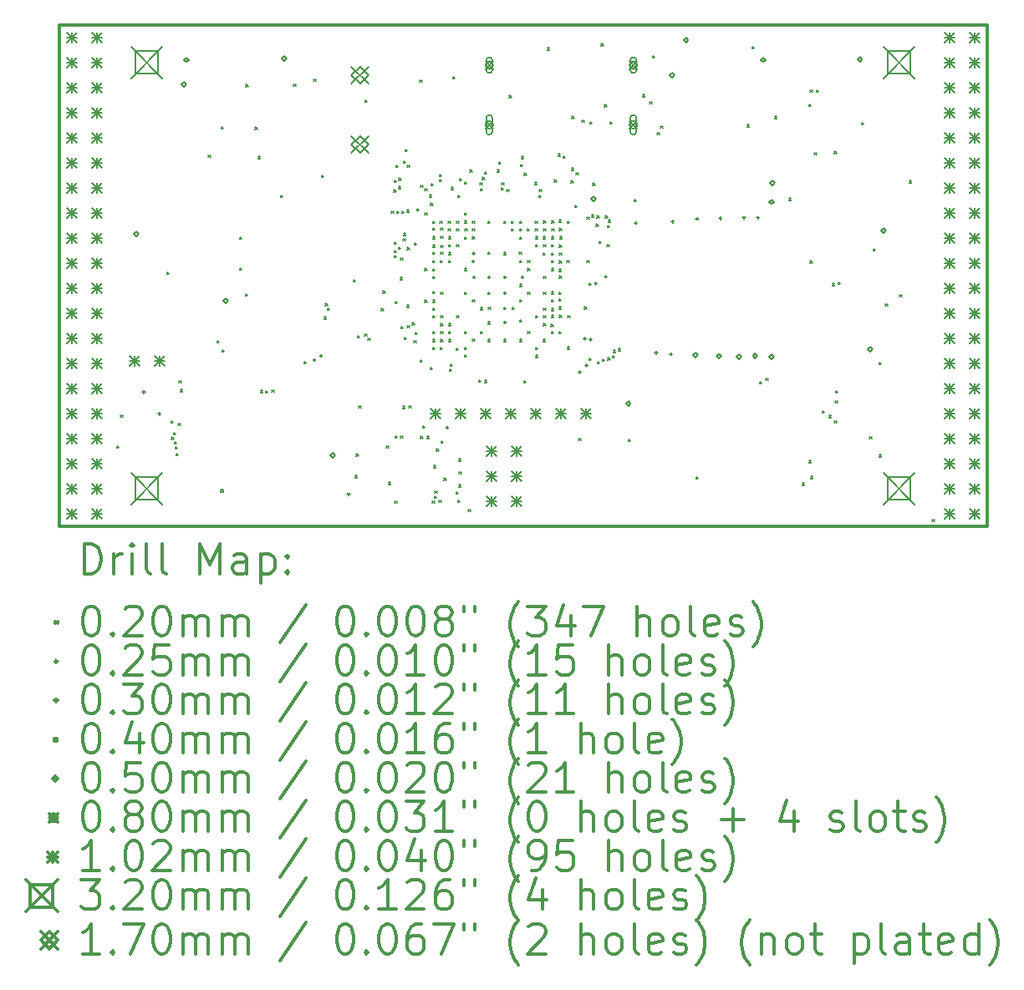
<source format=gbr>
%FSLAX45Y45*%
G04 Gerber Fmt 4.5, Leading zero omitted, Abs format (unit mm)*
G04 Created by KiCad (PCBNEW 4.0.7+dfsg1-1) date Thu Jan  4 19:54:10 2018*
%MOMM*%
%LPD*%
G01*
G04 APERTURE LIST*
%ADD10C,0.127000*%
%ADD11C,0.300000*%
%ADD12C,0.200000*%
G04 APERTURE END LIST*
D10*
D11*
X9410000Y-6142000D02*
X9410000Y-11222000D01*
X18808000Y-6142000D02*
X9410000Y-6142000D01*
X18808000Y-11222000D02*
X18808000Y-6142000D01*
X9410000Y-11222000D02*
X18808000Y-11222000D01*
D12*
X9998000Y-10410000D02*
X10018000Y-10430000D01*
X10018000Y-10410000D02*
X9998000Y-10430000D01*
X10035000Y-10094400D02*
X10055000Y-10114400D01*
X10055000Y-10094400D02*
X10035000Y-10114400D01*
X10506027Y-8651083D02*
X10526027Y-8671083D01*
X10526027Y-8651083D02*
X10506027Y-8671083D01*
X10547276Y-10156132D02*
X10567276Y-10176132D01*
X10567276Y-10156132D02*
X10547276Y-10176132D01*
X10552725Y-10321224D02*
X10572725Y-10341224D01*
X10572725Y-10321224D02*
X10552725Y-10341224D01*
X10571376Y-10271934D02*
X10591376Y-10291934D01*
X10591376Y-10271934D02*
X10571376Y-10291934D01*
X10579560Y-10366582D02*
X10599560Y-10386582D01*
X10599560Y-10366582D02*
X10579560Y-10386582D01*
X10589272Y-10418380D02*
X10609272Y-10438380D01*
X10609272Y-10418380D02*
X10589272Y-10438380D01*
X10598875Y-10487404D02*
X10618875Y-10507404D01*
X10618875Y-10487404D02*
X10598875Y-10507404D01*
X10617613Y-10179347D02*
X10637613Y-10199347D01*
X10637613Y-10179347D02*
X10617613Y-10199347D01*
X10626851Y-9749810D02*
X10646851Y-9769810D01*
X10646851Y-9749810D02*
X10626851Y-9769810D01*
X10637720Y-9838777D02*
X10657720Y-9858777D01*
X10657720Y-9838777D02*
X10637720Y-9858777D01*
X10922380Y-7460622D02*
X10942380Y-7480622D01*
X10942380Y-7460622D02*
X10922380Y-7480622D01*
X11014904Y-9343377D02*
X11034904Y-9363377D01*
X11034904Y-9343377D02*
X11014904Y-9363377D01*
X11053250Y-7177763D02*
X11073250Y-7197763D01*
X11073250Y-7177763D02*
X11053250Y-7197763D01*
X11061873Y-9435178D02*
X11081873Y-9455178D01*
X11081873Y-9435178D02*
X11061873Y-9455178D01*
X11241500Y-8291000D02*
X11261500Y-8311000D01*
X11261500Y-8291000D02*
X11241500Y-8311000D01*
X11241500Y-8608500D02*
X11261500Y-8628500D01*
X11261500Y-8608500D02*
X11241500Y-8628500D01*
X11298000Y-8870000D02*
X11318000Y-8890000D01*
X11318000Y-8870000D02*
X11298000Y-8890000D01*
X11305725Y-6746706D02*
X11325725Y-6766706D01*
X11325725Y-6746706D02*
X11305725Y-6766706D01*
X11397580Y-7180391D02*
X11417580Y-7200391D01*
X11417580Y-7180391D02*
X11397580Y-7200391D01*
X11427151Y-7475952D02*
X11447151Y-7495952D01*
X11447151Y-7475952D02*
X11427151Y-7495952D01*
X11450432Y-9847368D02*
X11470432Y-9867368D01*
X11470432Y-9847368D02*
X11450432Y-9867368D01*
X11504932Y-9852549D02*
X11524932Y-9872549D01*
X11524932Y-9852549D02*
X11504932Y-9872549D01*
X11565982Y-9840204D02*
X11585982Y-9860204D01*
X11585982Y-9840204D02*
X11565982Y-9860204D01*
X11655434Y-7867799D02*
X11675434Y-7887799D01*
X11675434Y-7867799D02*
X11655434Y-7887799D01*
X11787600Y-6741600D02*
X11807600Y-6761600D01*
X11807600Y-6741600D02*
X11787600Y-6761600D01*
X11890851Y-9556294D02*
X11910851Y-9576294D01*
X11910851Y-9556294D02*
X11890851Y-9576294D01*
X11990800Y-6690800D02*
X12010800Y-6710800D01*
X12010800Y-6690800D02*
X11990800Y-6710800D01*
X12073455Y-7667909D02*
X12093455Y-7687909D01*
X12093455Y-7667909D02*
X12073455Y-7687909D01*
X12094120Y-9102507D02*
X12114120Y-9122507D01*
X12114120Y-9102507D02*
X12094120Y-9122507D01*
X12110622Y-8966255D02*
X12130622Y-8986255D01*
X12130622Y-8966255D02*
X12110622Y-8986255D01*
X12130195Y-9015187D02*
X12150195Y-9035187D01*
X12150195Y-9015187D02*
X12130195Y-9035187D01*
X12392771Y-8724771D02*
X12412771Y-8744771D01*
X12412771Y-8724771D02*
X12392771Y-8744771D01*
X12392771Y-8724771D02*
X12412771Y-8744771D01*
X12412771Y-8724771D02*
X12392771Y-8744771D01*
X12410242Y-10710764D02*
X12430242Y-10730764D01*
X12430242Y-10710764D02*
X12410242Y-10730764D01*
X12422957Y-10489495D02*
X12442957Y-10509495D01*
X12442957Y-10489495D02*
X12422957Y-10509495D01*
X12435300Y-9294300D02*
X12455300Y-9314300D01*
X12455300Y-9294300D02*
X12435300Y-9314300D01*
X12448000Y-10005500D02*
X12468000Y-10025500D01*
X12468000Y-10005500D02*
X12448000Y-10025500D01*
X12506739Y-9274152D02*
X12526739Y-9294152D01*
X12526739Y-9274152D02*
X12506739Y-9294152D01*
X12509354Y-6905685D02*
X12529354Y-6925685D01*
X12529354Y-6905685D02*
X12509354Y-6925685D01*
X12539954Y-9315068D02*
X12559954Y-9335068D01*
X12559954Y-9315068D02*
X12539954Y-9335068D01*
X12678001Y-9017611D02*
X12698001Y-9037611D01*
X12698001Y-9017611D02*
X12678001Y-9037611D01*
X12694005Y-8838107D02*
X12714005Y-8858107D01*
X12714005Y-8838107D02*
X12694005Y-8858107D01*
X12728568Y-10410367D02*
X12748568Y-10430367D01*
X12748568Y-10410367D02*
X12728568Y-10430367D01*
X12748660Y-10777504D02*
X12768660Y-10797504D01*
X12768660Y-10777504D02*
X12748660Y-10797504D01*
X12778962Y-8030743D02*
X12798962Y-8050743D01*
X12798962Y-8030743D02*
X12778962Y-8050743D01*
X12802557Y-7813365D02*
X12822557Y-7833365D01*
X12822557Y-7813365D02*
X12802557Y-7833365D01*
X12805201Y-7715784D02*
X12825201Y-7735784D01*
X12825201Y-7715784D02*
X12805201Y-7735784D01*
X12806546Y-8342876D02*
X12826546Y-8362876D01*
X12826546Y-8342876D02*
X12806546Y-8362876D01*
X12808331Y-8428074D02*
X12828331Y-8448074D01*
X12828331Y-8428074D02*
X12808331Y-8448074D01*
X12810326Y-8480738D02*
X12830326Y-8500738D01*
X12830326Y-8480738D02*
X12810326Y-8500738D01*
X12811634Y-10966034D02*
X12831634Y-10986034D01*
X12831634Y-10966034D02*
X12811634Y-10986034D01*
X12815144Y-8946421D02*
X12835144Y-8966421D01*
X12835144Y-8946421D02*
X12815144Y-8966421D01*
X12818000Y-10310000D02*
X12838000Y-10330000D01*
X12838000Y-10310000D02*
X12818000Y-10330000D01*
X12823318Y-7566981D02*
X12843318Y-7586981D01*
X12843318Y-7566981D02*
X12823318Y-7586981D01*
X12831658Y-8029985D02*
X12851658Y-8049985D01*
X12851658Y-8029985D02*
X12831658Y-8049985D01*
X12849054Y-7779404D02*
X12869054Y-7799404D01*
X12869054Y-7779404D02*
X12849054Y-7799404D01*
X12851077Y-8397249D02*
X12871077Y-8417249D01*
X12871077Y-8397249D02*
X12851077Y-8417249D01*
X12854493Y-7695003D02*
X12874493Y-7715003D01*
X12874493Y-7695003D02*
X12854493Y-7715003D01*
X12867665Y-8703514D02*
X12887665Y-8723514D01*
X12887665Y-8703514D02*
X12867665Y-8723514D01*
X12870682Y-10308590D02*
X12890682Y-10328590D01*
X12890682Y-10308590D02*
X12870682Y-10328590D01*
X12872311Y-8505356D02*
X12892311Y-8525356D01*
X12892311Y-8505356D02*
X12872311Y-8525356D01*
X12877965Y-9201104D02*
X12897965Y-9221104D01*
X12897965Y-9201104D02*
X12877965Y-9221104D01*
X12884359Y-8029973D02*
X12904359Y-8049973D01*
X12904359Y-8029973D02*
X12884359Y-8049973D01*
X12890520Y-10007480D02*
X12910520Y-10027480D01*
X12910520Y-10007480D02*
X12890520Y-10027480D01*
X12895438Y-8307924D02*
X12915438Y-8327924D01*
X12915438Y-8307924D02*
X12895438Y-8327924D01*
X12900909Y-8255507D02*
X12920909Y-8275507D01*
X12920909Y-8255507D02*
X12900909Y-8275507D01*
X12902508Y-7521580D02*
X12922508Y-7541580D01*
X12922508Y-7521580D02*
X12902508Y-7541580D01*
X12909665Y-9310913D02*
X12929665Y-9330913D01*
X12929665Y-9310913D02*
X12909665Y-9330913D01*
X12915222Y-7404246D02*
X12935222Y-7424246D01*
X12935222Y-7404246D02*
X12915222Y-7424246D01*
X12934924Y-8982695D02*
X12954924Y-9002695D01*
X12954924Y-8982695D02*
X12934924Y-9002695D01*
X12935799Y-8018511D02*
X12955799Y-8038511D01*
X12955799Y-8018511D02*
X12935799Y-8038511D01*
X12937785Y-9190082D02*
X12957785Y-9210082D01*
X12957785Y-9190082D02*
X12937785Y-9210082D01*
X12938767Y-8397993D02*
X12958767Y-8417993D01*
X12958767Y-8397993D02*
X12938767Y-8417993D01*
X12939334Y-7563781D02*
X12959334Y-7583781D01*
X12959334Y-7563781D02*
X12939334Y-7583781D01*
X12956000Y-10005500D02*
X12976000Y-10025500D01*
X12976000Y-10005500D02*
X12956000Y-10025500D01*
X12988816Y-9162200D02*
X13008816Y-9182200D01*
X13008816Y-9162200D02*
X12988816Y-9182200D01*
X13007140Y-9344434D02*
X13027140Y-9364434D01*
X13027140Y-9344434D02*
X13007140Y-9364434D01*
X13010463Y-8349948D02*
X13030463Y-8369948D01*
X13030463Y-8349948D02*
X13010463Y-8369948D01*
X13020226Y-9260033D02*
X13040226Y-9280033D01*
X13040226Y-9260033D02*
X13020226Y-9280033D01*
X13038990Y-8006723D02*
X13058990Y-8026723D01*
X13058990Y-8006723D02*
X13038990Y-8026723D01*
X13066199Y-6701962D02*
X13086199Y-6721962D01*
X13086199Y-6701962D02*
X13066199Y-6721962D01*
X13070707Y-9535414D02*
X13090707Y-9555414D01*
X13090707Y-9535414D02*
X13070707Y-9555414D01*
X13073949Y-10310829D02*
X13093949Y-10330829D01*
X13093949Y-10310829D02*
X13073949Y-10330829D01*
X13075683Y-7768682D02*
X13095683Y-7788682D01*
X13095683Y-7768682D02*
X13075683Y-7788682D01*
X13093907Y-10208700D02*
X13113907Y-10228700D01*
X13113907Y-10208700D02*
X13093907Y-10228700D01*
X13115313Y-7803422D02*
X13135313Y-7823422D01*
X13135313Y-7803422D02*
X13115313Y-7823422D01*
X13117530Y-8049575D02*
X13137530Y-8069575D01*
X13137530Y-8049575D02*
X13117530Y-8069575D01*
X13117831Y-8611310D02*
X13137831Y-8631310D01*
X13137831Y-8611310D02*
X13117831Y-8631310D01*
X13117950Y-8930733D02*
X13137950Y-8950733D01*
X13137950Y-8930733D02*
X13117950Y-8950733D01*
X13135385Y-10310829D02*
X13155385Y-10330829D01*
X13155385Y-10310829D02*
X13135385Y-10330829D01*
X13160933Y-7864587D02*
X13180933Y-7884587D01*
X13180933Y-7864587D02*
X13160933Y-7884587D01*
X13170890Y-9612737D02*
X13190890Y-9632737D01*
X13190890Y-9612737D02*
X13170890Y-9632737D01*
X13174731Y-7948989D02*
X13194731Y-7968989D01*
X13194731Y-7948989D02*
X13174731Y-7968989D01*
X13182329Y-7748485D02*
X13202329Y-7768485D01*
X13202329Y-7748485D02*
X13182329Y-7768485D01*
X13192441Y-10966678D02*
X13212441Y-10986678D01*
X13212441Y-10966678D02*
X13192441Y-10986678D01*
X13196210Y-8443398D02*
X13216210Y-8463398D01*
X13216210Y-8443398D02*
X13196210Y-8463398D01*
X13197298Y-8527799D02*
X13217298Y-8547799D01*
X13217298Y-8527799D02*
X13197298Y-8547799D01*
X13197562Y-8931064D02*
X13217562Y-8951064D01*
X13217562Y-8931064D02*
X13197562Y-8951064D01*
X13197765Y-9087799D02*
X13217765Y-9107799D01*
X13217765Y-9087799D02*
X13197765Y-9107799D01*
X13197902Y-8288404D02*
X13217902Y-8308404D01*
X13217902Y-8288404D02*
X13197902Y-8308404D01*
X13198000Y-8130000D02*
X13218000Y-8150000D01*
X13218000Y-8130000D02*
X13198000Y-8150000D01*
X13198000Y-8690000D02*
X13218000Y-8710000D01*
X13218000Y-8690000D02*
X13198000Y-8710000D01*
X13198000Y-9250000D02*
X13218000Y-9270000D01*
X13218000Y-9250000D02*
X13198000Y-9270000D01*
X13198000Y-9330000D02*
X13218000Y-9350000D01*
X13218000Y-9330000D02*
X13198000Y-9350000D01*
X13198000Y-9410000D02*
X13218000Y-9430000D01*
X13218000Y-9410000D02*
X13198000Y-9430000D01*
X13198001Y-8200333D02*
X13218001Y-8220333D01*
X13218001Y-8200333D02*
X13198001Y-8220333D01*
X13198296Y-9011078D02*
X13218296Y-9031078D01*
X13218296Y-9011078D02*
X13198296Y-9031078D01*
X13198303Y-8616041D02*
X13218303Y-8636041D01*
X13218303Y-8616041D02*
X13198303Y-8636041D01*
X13198368Y-8372806D02*
X13218368Y-8392806D01*
X13218368Y-8372806D02*
X13198368Y-8392806D01*
X13198405Y-8845827D02*
X13218405Y-8865827D01*
X13218405Y-8845827D02*
X13198405Y-8865827D01*
X13206286Y-10608587D02*
X13226286Y-10628587D01*
X13226286Y-10608587D02*
X13206286Y-10628587D01*
X13211973Y-10917729D02*
X13231973Y-10937729D01*
X13231973Y-10917729D02*
X13211973Y-10937729D01*
X13218587Y-10865445D02*
X13238587Y-10885445D01*
X13238587Y-10865445D02*
X13218587Y-10885445D01*
X13236800Y-10440341D02*
X13256800Y-10460341D01*
X13256800Y-10440341D02*
X13236800Y-10460341D01*
X13260800Y-10958000D02*
X13280800Y-10978000D01*
X13280800Y-10958000D02*
X13260800Y-10978000D01*
X13263724Y-7657621D02*
X13283724Y-7677621D01*
X13283724Y-7657621D02*
X13263724Y-7677621D01*
X13266117Y-7710267D02*
X13286117Y-7730267D01*
X13286117Y-7710267D02*
X13266117Y-7730267D01*
X13268334Y-8130000D02*
X13288334Y-8150000D01*
X13288334Y-8130000D02*
X13268334Y-8150000D01*
X13273464Y-8527799D02*
X13293464Y-8547799D01*
X13293464Y-8527799D02*
X13273464Y-8547799D01*
X13274623Y-9409707D02*
X13294623Y-9429707D01*
X13294623Y-9409707D02*
X13274623Y-9429707D01*
X13276300Y-8202454D02*
X13296300Y-8222454D01*
X13296300Y-8202454D02*
X13276300Y-8222454D01*
X13277177Y-8443398D02*
X13297177Y-8463398D01*
X13297177Y-8443398D02*
X13277177Y-8463398D01*
X13277261Y-8286855D02*
X13297261Y-8306855D01*
X13297261Y-8286855D02*
X13277261Y-8306855D01*
X13278000Y-8850000D02*
X13298000Y-8870000D01*
X13298000Y-8850000D02*
X13278000Y-8870000D01*
X13278000Y-9090000D02*
X13298000Y-9110000D01*
X13298000Y-9090000D02*
X13278000Y-9110000D01*
X13278000Y-9170000D02*
X13298000Y-9190000D01*
X13298000Y-9170000D02*
X13278000Y-9190000D01*
X13278000Y-9250000D02*
X13298000Y-9270000D01*
X13298000Y-9250000D02*
X13278000Y-9270000D01*
X13278000Y-9330000D02*
X13298000Y-9350000D01*
X13298000Y-9330000D02*
X13278000Y-9350000D01*
X13278089Y-8379783D02*
X13298089Y-8399784D01*
X13298089Y-8379783D02*
X13278089Y-8399784D01*
X13283696Y-10361100D02*
X13303696Y-10381100D01*
X13303696Y-10361100D02*
X13283696Y-10381100D01*
X13311600Y-10736500D02*
X13331600Y-10756500D01*
X13331600Y-10736500D02*
X13311600Y-10756500D01*
X13352736Y-8131468D02*
X13372736Y-8151468D01*
X13372736Y-8131468D02*
X13352736Y-8151468D01*
X13354839Y-8209060D02*
X13374839Y-8229060D01*
X13374839Y-8209060D02*
X13354839Y-8229060D01*
X13357194Y-8449520D02*
X13377194Y-8469520D01*
X13377194Y-8449520D02*
X13357194Y-8469520D01*
X13358000Y-8290000D02*
X13378000Y-8310000D01*
X13378000Y-8290000D02*
X13358000Y-8310000D01*
X13358000Y-8370000D02*
X13378000Y-8390000D01*
X13378000Y-8370000D02*
X13358000Y-8390000D01*
X13358000Y-8530000D02*
X13378000Y-8550000D01*
X13378000Y-8530000D02*
X13358000Y-8550000D01*
X13358000Y-9170000D02*
X13378000Y-9190000D01*
X13378000Y-9170000D02*
X13358000Y-9190000D01*
X13358000Y-9250000D02*
X13378000Y-9270000D01*
X13378000Y-9250000D02*
X13358000Y-9270000D01*
X13358548Y-9330230D02*
X13378548Y-9350230D01*
X13378548Y-9330230D02*
X13358548Y-9350230D01*
X13366285Y-9629515D02*
X13386285Y-9649515D01*
X13386285Y-9629515D02*
X13366285Y-9649515D01*
X13375239Y-9577580D02*
X13395239Y-9597580D01*
X13395239Y-9577580D02*
X13375239Y-9597580D01*
X13384238Y-7788077D02*
X13404238Y-7808077D01*
X13404238Y-7788077D02*
X13384238Y-7808077D01*
X13397916Y-6668615D02*
X13417916Y-6688615D01*
X13417916Y-6668615D02*
X13397916Y-6688615D01*
X13435582Y-9416717D02*
X13455582Y-9436717D01*
X13455582Y-9416717D02*
X13435582Y-9436717D01*
X13436400Y-10874197D02*
X13456400Y-10894197D01*
X13456400Y-10874197D02*
X13436400Y-10894197D01*
X13437137Y-8130675D02*
X13457137Y-8150675D01*
X13457137Y-8130675D02*
X13437137Y-8150675D01*
X13437651Y-8208015D02*
X13457651Y-8228015D01*
X13457651Y-8208015D02*
X13437651Y-8228015D01*
X13438000Y-8370000D02*
X13458000Y-8390000D01*
X13458000Y-8370000D02*
X13438000Y-8390000D01*
X13438000Y-9090000D02*
X13458000Y-9110000D01*
X13458000Y-9090000D02*
X13438000Y-9110000D01*
X13451300Y-7871900D02*
X13471300Y-7891900D01*
X13471300Y-7871900D02*
X13451300Y-7891900D01*
X13453687Y-10961995D02*
X13473687Y-10981995D01*
X13473687Y-10961995D02*
X13453687Y-10981995D01*
X13457587Y-10803159D02*
X13477587Y-10823159D01*
X13477587Y-10803159D02*
X13457587Y-10823159D01*
X13460735Y-10540845D02*
X13480735Y-10560845D01*
X13480735Y-10540845D02*
X13460735Y-10560845D01*
X13465065Y-10671051D02*
X13485065Y-10691051D01*
X13485065Y-10671051D02*
X13465065Y-10691051D01*
X13465805Y-7703014D02*
X13485805Y-7723014D01*
X13485805Y-7703014D02*
X13465805Y-7723014D01*
X13517331Y-8851860D02*
X13537331Y-8871860D01*
X13537331Y-8851860D02*
X13517331Y-8871860D01*
X13518000Y-8292201D02*
X13538000Y-8312201D01*
X13538000Y-8292201D02*
X13518000Y-8312201D01*
X13518000Y-8610000D02*
X13538000Y-8630000D01*
X13538000Y-8610000D02*
X13518000Y-8630000D01*
X13518000Y-9250000D02*
X13538000Y-9270000D01*
X13538000Y-9250000D02*
X13518000Y-9270000D01*
X13518006Y-7736330D02*
X13538006Y-7756330D01*
X13538006Y-7736330D02*
X13518006Y-7756330D01*
X13518128Y-8048312D02*
X13538128Y-8068312D01*
X13538128Y-8048312D02*
X13518128Y-8068312D01*
X13518463Y-9488530D02*
X13538463Y-9508530D01*
X13538463Y-9488530D02*
X13518463Y-9508530D01*
X13518862Y-9412562D02*
X13538862Y-9432562D01*
X13538862Y-9412562D02*
X13518862Y-9432562D01*
X13521538Y-8129192D02*
X13541538Y-8149192D01*
X13541538Y-8129192D02*
X13521538Y-8149192D01*
X13522052Y-8209644D02*
X13542052Y-8229644D01*
X13542052Y-8209644D02*
X13522052Y-8229644D01*
X13555656Y-11051071D02*
X13575656Y-11071071D01*
X13575656Y-11051071D02*
X13555656Y-11071071D01*
X13573070Y-7610061D02*
X13593070Y-7630061D01*
X13593070Y-7610061D02*
X13573070Y-7630061D01*
X13598000Y-8210000D02*
X13618000Y-8230000D01*
X13618000Y-8210000D02*
X13598000Y-8230000D01*
X13598000Y-8290000D02*
X13618000Y-8310000D01*
X13618000Y-8290000D02*
X13598000Y-8310000D01*
X13598517Y-8929483D02*
X13618517Y-8949483D01*
X13618517Y-8929483D02*
X13598517Y-8949483D01*
X13599596Y-9326965D02*
X13619596Y-9346965D01*
X13619596Y-9326965D02*
X13599596Y-9346965D01*
X13599639Y-8129507D02*
X13619639Y-8149507D01*
X13619639Y-8129507D02*
X13599639Y-8149507D01*
X13664090Y-9741450D02*
X13684090Y-9761450D01*
X13684090Y-9741450D02*
X13664090Y-9761450D01*
X13675954Y-7745082D02*
X13695954Y-7765082D01*
X13695954Y-7745082D02*
X13675954Y-7765082D01*
X13678000Y-9250000D02*
X13698000Y-9270000D01*
X13698000Y-9250000D02*
X13678000Y-9270000D01*
X13678517Y-9009483D02*
X13698517Y-9029483D01*
X13698517Y-9009483D02*
X13678517Y-9029483D01*
X13682206Y-7799789D02*
X13702206Y-7819789D01*
X13702206Y-7799789D02*
X13682206Y-7819789D01*
X13700695Y-7687992D02*
X13720695Y-7707992D01*
X13720695Y-7687992D02*
X13700695Y-7707992D01*
X13719559Y-9743802D02*
X13739559Y-9763802D01*
X13739559Y-9743802D02*
X13719559Y-9763802D01*
X13720873Y-7631502D02*
X13740873Y-7651502D01*
X13740873Y-7631502D02*
X13720873Y-7651502D01*
X13755905Y-9153803D02*
X13775905Y-9173803D01*
X13775905Y-9153803D02*
X13755905Y-9173803D01*
X13758000Y-8130000D02*
X13778000Y-8150000D01*
X13778000Y-8130000D02*
X13758000Y-8150000D01*
X13758000Y-8850000D02*
X13778000Y-8870000D01*
X13778000Y-8850000D02*
X13758000Y-8870000D01*
X13758000Y-9330000D02*
X13778000Y-9350000D01*
X13778000Y-9330000D02*
X13758000Y-9350000D01*
X13758056Y-8443409D02*
X13778056Y-8463409D01*
X13778056Y-8443409D02*
X13758056Y-8463409D01*
X13758900Y-9002299D02*
X13778900Y-9022299D01*
X13778900Y-9002299D02*
X13758900Y-9022299D01*
X13848000Y-7610000D02*
X13868000Y-7630000D01*
X13868000Y-7610000D02*
X13848000Y-7630000D01*
X13867920Y-7530076D02*
X13887920Y-7550076D01*
X13887920Y-7530076D02*
X13867920Y-7550076D01*
X13893411Y-7794095D02*
X13913411Y-7814095D01*
X13913411Y-7794095D02*
X13893411Y-7814095D01*
X13894675Y-7741409D02*
X13914675Y-7761409D01*
X13914675Y-7741409D02*
X13894675Y-7761409D01*
X13917252Y-8451135D02*
X13937252Y-8471135D01*
X13937252Y-8451135D02*
X13917252Y-8471135D01*
X13918000Y-8130000D02*
X13938000Y-8150000D01*
X13938000Y-8130000D02*
X13918000Y-8150000D01*
X13918000Y-9002299D02*
X13938000Y-9022299D01*
X13938000Y-9002299D02*
X13918000Y-9022299D01*
X13918000Y-9330000D02*
X13938000Y-9350000D01*
X13938000Y-9330000D02*
X13918000Y-9350000D01*
X13947862Y-7810586D02*
X13967862Y-7830586D01*
X13967862Y-7810586D02*
X13947862Y-7830586D01*
X13972000Y-6856567D02*
X13992000Y-6876567D01*
X13992000Y-6856567D02*
X13972000Y-6876567D01*
X13993095Y-8210000D02*
X14013095Y-8230000D01*
X14013095Y-8210000D02*
X13993095Y-8230000D01*
X13993599Y-8130000D02*
X14013599Y-8150000D01*
X14013599Y-8130000D02*
X13993599Y-8150000D01*
X13999489Y-9002299D02*
X14019489Y-9022299D01*
X14019489Y-9002299D02*
X13999489Y-9022299D01*
X14073600Y-8443400D02*
X14093600Y-8463400D01*
X14093600Y-8443400D02*
X14073600Y-8463400D01*
X14076403Y-8294140D02*
X14096403Y-8314140D01*
X14096403Y-8294140D02*
X14076403Y-8314140D01*
X14077419Y-9133335D02*
X14097419Y-9153335D01*
X14097419Y-9133335D02*
X14077419Y-9153335D01*
X14077497Y-8207716D02*
X14097497Y-8227716D01*
X14097497Y-8207716D02*
X14077497Y-8227716D01*
X14078000Y-8130000D02*
X14098000Y-8150000D01*
X14098000Y-8130000D02*
X14078000Y-8150000D01*
X14078000Y-8530000D02*
X14098000Y-8550000D01*
X14098000Y-8530000D02*
X14078000Y-8550000D01*
X14078000Y-8770000D02*
X14098000Y-8790000D01*
X14098000Y-8770000D02*
X14078000Y-8790000D01*
X14078000Y-8930000D02*
X14098000Y-8950000D01*
X14098000Y-8930000D02*
X14078000Y-8950000D01*
X14078000Y-9330000D02*
X14098000Y-9350000D01*
X14098000Y-9330000D02*
X14078000Y-9350000D01*
X14088006Y-7558194D02*
X14108006Y-7578194D01*
X14108006Y-7558194D02*
X14088006Y-7578194D01*
X14094664Y-7477380D02*
X14114664Y-7497380D01*
X14114664Y-7477380D02*
X14094664Y-7497380D01*
X14118000Y-9750000D02*
X14138000Y-9770000D01*
X14138000Y-9750000D02*
X14118000Y-9770000D01*
X14124297Y-7645500D02*
X14144297Y-7665500D01*
X14144297Y-7645500D02*
X14124297Y-7665500D01*
X14156269Y-8210778D02*
X14176269Y-8230778D01*
X14176269Y-8210778D02*
X14156269Y-8230778D01*
X14158000Y-8530000D02*
X14178000Y-8550000D01*
X14178000Y-8530000D02*
X14158000Y-8550000D01*
X14158000Y-8610000D02*
X14178000Y-8630000D01*
X14178000Y-8610000D02*
X14158000Y-8630000D01*
X14158000Y-8850000D02*
X14178000Y-8870000D01*
X14178000Y-8850000D02*
X14158000Y-8870000D01*
X14158000Y-9250000D02*
X14178000Y-9270000D01*
X14178000Y-9250000D02*
X14158000Y-9270000D01*
X14227745Y-7739745D02*
X14247745Y-7759745D01*
X14247745Y-7739745D02*
X14227745Y-7759745D01*
X14233746Y-8208147D02*
X14253746Y-8228147D01*
X14253746Y-8208147D02*
X14233746Y-8228147D01*
X14235691Y-8130580D02*
X14255691Y-8150580D01*
X14255691Y-8130580D02*
X14235691Y-8150580D01*
X14237355Y-8289891D02*
X14257355Y-8309891D01*
X14257355Y-8289891D02*
X14237355Y-8309891D01*
X14238000Y-8370000D02*
X14258000Y-8390000D01*
X14258000Y-8370000D02*
X14238000Y-8390000D01*
X14238000Y-9090000D02*
X14258000Y-9110000D01*
X14258000Y-9090000D02*
X14238000Y-9110000D01*
X14238000Y-9410000D02*
X14258000Y-9430000D01*
X14258000Y-9410000D02*
X14238000Y-9430000D01*
X14238000Y-9490000D02*
X14258000Y-9510000D01*
X14258000Y-9490000D02*
X14238000Y-9510000D01*
X14274121Y-7868425D02*
X14294121Y-7888425D01*
X14294121Y-7868425D02*
X14274121Y-7888425D01*
X14276427Y-7811737D02*
X14296427Y-7831737D01*
X14296427Y-7811737D02*
X14276427Y-7831737D01*
X14315799Y-8290000D02*
X14335799Y-8310000D01*
X14335799Y-8290000D02*
X14315799Y-8310000D01*
X14316000Y-8452000D02*
X14336000Y-8472000D01*
X14336000Y-8452000D02*
X14316000Y-8472000D01*
X14316969Y-9331491D02*
X14336969Y-9351491D01*
X14336969Y-9331491D02*
X14316969Y-9351491D01*
X14317803Y-8849503D02*
X14337803Y-8869503D01*
X14337803Y-8849503D02*
X14317803Y-8869503D01*
X14318000Y-8370000D02*
X14338000Y-8390000D01*
X14338000Y-8370000D02*
X14318000Y-8390000D01*
X14318000Y-8690000D02*
X14338000Y-8710000D01*
X14338000Y-8690000D02*
X14318000Y-8710000D01*
X14318000Y-9090000D02*
X14338000Y-9110000D01*
X14338000Y-9090000D02*
X14318000Y-9110000D01*
X14318000Y-9170000D02*
X14338000Y-9190000D01*
X14338000Y-9170000D02*
X14318000Y-9190000D01*
X14318147Y-8210607D02*
X14338147Y-8230607D01*
X14338147Y-8210607D02*
X14318147Y-8230607D01*
X14318182Y-9010195D02*
X14338182Y-9030195D01*
X14338182Y-9010195D02*
X14318182Y-9030195D01*
X14320092Y-8127729D02*
X14340092Y-8147729D01*
X14340092Y-8127729D02*
X14320092Y-8147729D01*
X14355067Y-6376252D02*
X14375067Y-6396252D01*
X14375067Y-6376252D02*
X14355067Y-6396252D01*
X14396483Y-9177765D02*
X14416483Y-9197765D01*
X14416483Y-9177765D02*
X14396483Y-9197765D01*
X14397624Y-8929530D02*
X14417624Y-8949530D01*
X14417624Y-8929530D02*
X14397624Y-8949530D01*
X14397701Y-9016697D02*
X14417701Y-9036697D01*
X14417701Y-9016697D02*
X14397701Y-9036697D01*
X14398000Y-8610000D02*
X14418000Y-8630000D01*
X14418000Y-8610000D02*
X14398000Y-8630000D01*
X14398000Y-9085650D02*
X14418000Y-9105650D01*
X14418000Y-9085650D02*
X14398000Y-9105650D01*
X14398283Y-8848451D02*
X14418283Y-8868451D01*
X14418283Y-8848451D02*
X14398283Y-8868451D01*
X14400201Y-8290000D02*
X14420201Y-8310000D01*
X14420201Y-8290000D02*
X14400201Y-8310000D01*
X14400201Y-8529722D02*
X14420201Y-8549722D01*
X14420201Y-8529722D02*
X14400201Y-8549722D01*
X14400319Y-8367799D02*
X14420319Y-8387799D01*
X14420319Y-8367799D02*
X14400319Y-8387799D01*
X14400350Y-8456040D02*
X14420350Y-8476040D01*
X14420350Y-8456040D02*
X14400350Y-8476040D01*
X14401325Y-9248876D02*
X14421325Y-9268876D01*
X14421325Y-9248876D02*
X14401325Y-9268876D01*
X14402549Y-8208647D02*
X14422549Y-8228647D01*
X14422549Y-8208647D02*
X14402549Y-8228647D01*
X14404493Y-8128708D02*
X14424493Y-8148708D01*
X14424493Y-8128708D02*
X14404493Y-8148708D01*
X14429487Y-7711993D02*
X14449487Y-7731993D01*
X14449487Y-7711993D02*
X14429487Y-7731993D01*
X14468000Y-7449038D02*
X14488000Y-7469038D01*
X14488000Y-7449038D02*
X14468000Y-7469038D01*
X14475581Y-8916848D02*
X14495581Y-8936848D01*
X14495581Y-8916848D02*
X14475581Y-8936848D01*
X14476724Y-9001248D02*
X14496724Y-9021248D01*
X14496724Y-9001248D02*
X14476724Y-9021248D01*
X14477515Y-8619275D02*
X14497515Y-8639275D01*
X14497515Y-8619275D02*
X14477515Y-8639275D01*
X14477765Y-8852201D02*
X14497765Y-8872201D01*
X14497765Y-8852201D02*
X14477765Y-8872201D01*
X14478001Y-8120333D02*
X14498001Y-8140333D01*
X14498001Y-8120333D02*
X14478001Y-8140333D01*
X14478235Y-9247799D02*
X14498235Y-9267799D01*
X14498235Y-9247799D02*
X14478235Y-9267799D01*
X14478812Y-8204734D02*
X14498812Y-8224734D01*
X14498812Y-8204734D02*
X14478812Y-8224734D01*
X14478935Y-8534874D02*
X14498935Y-8554874D01*
X14498935Y-8534874D02*
X14478935Y-8554874D01*
X14479432Y-8687756D02*
X14499432Y-8707756D01*
X14499432Y-8687756D02*
X14479432Y-8707756D01*
X14479670Y-8373537D02*
X14499670Y-8393537D01*
X14499670Y-8373537D02*
X14479670Y-8393537D01*
X14480294Y-9085650D02*
X14500294Y-9105650D01*
X14500294Y-9085650D02*
X14480294Y-9105650D01*
X14481241Y-8453582D02*
X14501241Y-8473582D01*
X14501241Y-8453582D02*
X14481241Y-8473582D01*
X14481689Y-8289136D02*
X14501689Y-8309136D01*
X14501689Y-8289136D02*
X14481689Y-8309136D01*
X14515569Y-7471722D02*
X14535569Y-7491722D01*
X14535569Y-7471722D02*
X14515569Y-7491722D01*
X14557281Y-8529606D02*
X14577281Y-8549606D01*
X14577281Y-8529606D02*
X14557281Y-8549606D01*
X14558000Y-8130512D02*
X14578000Y-8150512D01*
X14578000Y-8130512D02*
X14558000Y-8150512D01*
X14559124Y-9406675D02*
X14579124Y-9426675D01*
X14579124Y-9406675D02*
X14559124Y-9426675D01*
X14565987Y-9091018D02*
X14585987Y-9111018D01*
X14585987Y-9091018D02*
X14565987Y-9111018D01*
X14598908Y-7720057D02*
X14618908Y-7740057D01*
X14618908Y-7720057D02*
X14598908Y-7740057D01*
X14603080Y-7596013D02*
X14623080Y-7616013D01*
X14623080Y-7596013D02*
X14603080Y-7616013D01*
X14608000Y-7070000D02*
X14628000Y-7090000D01*
X14628000Y-7070000D02*
X14608000Y-7090000D01*
X14638141Y-7971938D02*
X14658141Y-7991938D01*
X14658141Y-7971938D02*
X14638141Y-7991938D01*
X14647773Y-7640082D02*
X14667773Y-7660082D01*
X14667773Y-7640082D02*
X14647773Y-7660082D01*
X14674429Y-10335274D02*
X14694429Y-10355274D01*
X14694429Y-10335274D02*
X14674429Y-10355274D01*
X14708600Y-7110000D02*
X14728600Y-7130000D01*
X14728600Y-7110000D02*
X14708600Y-7130000D01*
X14733095Y-9001248D02*
X14753095Y-9021248D01*
X14753095Y-9001248D02*
X14733095Y-9021248D01*
X14758739Y-8527409D02*
X14778739Y-8547409D01*
X14778739Y-8527409D02*
X14758739Y-8547409D01*
X14758831Y-8088311D02*
X14778831Y-8108311D01*
X14778831Y-8088311D02*
X14758831Y-8108311D01*
X14781079Y-8758342D02*
X14801079Y-8778342D01*
X14801079Y-8758342D02*
X14781079Y-8778342D01*
X14782793Y-9522924D02*
X14802793Y-9542924D01*
X14802793Y-9522924D02*
X14782793Y-9542924D01*
X14788315Y-7124708D02*
X14808315Y-7144708D01*
X14808315Y-7124708D02*
X14788315Y-7144708D01*
X14807525Y-8068155D02*
X14827525Y-8088155D01*
X14827525Y-8068155D02*
X14807525Y-8088155D01*
X14817193Y-7745807D02*
X14837193Y-7765807D01*
X14837193Y-7745807D02*
X14817193Y-7765807D01*
X14838354Y-8750817D02*
X14858354Y-8770817D01*
X14858354Y-8750817D02*
X14838354Y-8770817D01*
X14851066Y-8160586D02*
X14871066Y-8180586D01*
X14871066Y-8160586D02*
X14851066Y-8180586D01*
X14859611Y-8076185D02*
X14879611Y-8096185D01*
X14879611Y-8076185D02*
X14859611Y-8096185D01*
X14864798Y-9556963D02*
X14884798Y-9576963D01*
X14884798Y-9556963D02*
X14864798Y-9576963D01*
X14882151Y-8334201D02*
X14902151Y-8354201D01*
X14902151Y-8334201D02*
X14882151Y-8354201D01*
X14903412Y-6332405D02*
X14923412Y-6352405D01*
X14923412Y-6332405D02*
X14903412Y-6352405D01*
X14918439Y-9527799D02*
X14938439Y-9547799D01*
X14938439Y-9527799D02*
X14918439Y-9547799D01*
X14937595Y-6951968D02*
X14957595Y-6971968D01*
X14957595Y-6951968D02*
X14937595Y-6971968D01*
X14943392Y-8680994D02*
X14963392Y-8700994D01*
X14963392Y-8680994D02*
X14943392Y-8700994D01*
X14944975Y-8076843D02*
X14964975Y-8096843D01*
X14964975Y-8076843D02*
X14944975Y-8096843D01*
X14963249Y-8370769D02*
X14983249Y-8390769D01*
X14983249Y-8370769D02*
X14963249Y-8390769D01*
X14967169Y-8172566D02*
X14987169Y-8192566D01*
X14987169Y-8172566D02*
X14967169Y-8192566D01*
X14969589Y-9515108D02*
X14989589Y-9535108D01*
X14989589Y-9515108D02*
X14969589Y-9535108D01*
X14974647Y-8120398D02*
X14994647Y-8140398D01*
X14994647Y-8120398D02*
X14974647Y-8140398D01*
X14993085Y-7123185D02*
X15013085Y-7143185D01*
X15013085Y-7123185D02*
X14993085Y-7143185D01*
X15017890Y-9494025D02*
X15037890Y-9514025D01*
X15037890Y-9494025D02*
X15017890Y-9514025D01*
X15024597Y-9441753D02*
X15044597Y-9461753D01*
X15044597Y-9441753D02*
X15024597Y-9461753D01*
X15078921Y-9423257D02*
X15098921Y-9443257D01*
X15098921Y-9423257D02*
X15078921Y-9443257D01*
X15179638Y-10341072D02*
X15199638Y-10361072D01*
X15199638Y-10341072D02*
X15179638Y-10361072D01*
X15239707Y-7909347D02*
X15259707Y-7929347D01*
X15259707Y-7909347D02*
X15239707Y-7929347D01*
X15319711Y-6850829D02*
X15339711Y-6870829D01*
X15339711Y-6850829D02*
X15319711Y-6870829D01*
X15395230Y-6920230D02*
X15415230Y-6940230D01*
X15415230Y-6920230D02*
X15395230Y-6940230D01*
X15422933Y-6454377D02*
X15442933Y-6474377D01*
X15442933Y-6454377D02*
X15422933Y-6474377D01*
X15469400Y-7232600D02*
X15489400Y-7252600D01*
X15489400Y-7232600D02*
X15469400Y-7252600D01*
X15504936Y-7166453D02*
X15524936Y-7186453D01*
X15524936Y-7166453D02*
X15504936Y-7186453D01*
X15861665Y-10722518D02*
X15881665Y-10742518D01*
X15881665Y-10722518D02*
X15861665Y-10742518D01*
X16380885Y-7155186D02*
X16400885Y-7175186D01*
X16400885Y-7155186D02*
X16380885Y-7175186D01*
X16433388Y-6363745D02*
X16453388Y-6383745D01*
X16453388Y-6363745D02*
X16433388Y-6383745D01*
X16507059Y-9756632D02*
X16527059Y-9776632D01*
X16527059Y-9756632D02*
X16507059Y-9776632D01*
X16570337Y-9724488D02*
X16590337Y-9744488D01*
X16590337Y-9724488D02*
X16570337Y-9744488D01*
X16657891Y-7070355D02*
X16677891Y-7090355D01*
X16677891Y-7070355D02*
X16657891Y-7090355D01*
X16806644Y-7900804D02*
X16826644Y-7920804D01*
X16826644Y-7900804D02*
X16806644Y-7920804D01*
X16940659Y-10785373D02*
X16960659Y-10805373D01*
X16960659Y-10785373D02*
X16940659Y-10805373D01*
X17005773Y-10556635D02*
X17025773Y-10576635D01*
X17025773Y-10556635D02*
X17005773Y-10576635D01*
X17008296Y-6947101D02*
X17028296Y-6967101D01*
X17028296Y-6947101D02*
X17008296Y-6967101D01*
X17020000Y-6805100D02*
X17040000Y-6825100D01*
X17040000Y-6805100D02*
X17020000Y-6825100D01*
X17020954Y-8534153D02*
X17040954Y-8554153D01*
X17040954Y-8534153D02*
X17020954Y-8554153D01*
X17026290Y-10718620D02*
X17046290Y-10738620D01*
X17046290Y-10718620D02*
X17026290Y-10738620D01*
X17063590Y-7436498D02*
X17083590Y-7456498D01*
X17083590Y-7436498D02*
X17063590Y-7456498D01*
X17085000Y-6802556D02*
X17105000Y-6822556D01*
X17105000Y-6802556D02*
X17085000Y-6822556D01*
X17144030Y-10054574D02*
X17164030Y-10074574D01*
X17164030Y-10054574D02*
X17144030Y-10074574D01*
X17209336Y-10100566D02*
X17229336Y-10120566D01*
X17229336Y-10100566D02*
X17209336Y-10120566D01*
X17246454Y-8762201D02*
X17266454Y-8782201D01*
X17266454Y-8762201D02*
X17246454Y-8782201D01*
X17264664Y-7424799D02*
X17284664Y-7444799D01*
X17284664Y-7424799D02*
X17264664Y-7444799D01*
X17266127Y-10155168D02*
X17286127Y-10175168D01*
X17286127Y-10155168D02*
X17266127Y-10175168D01*
X17273463Y-9949992D02*
X17293463Y-9969992D01*
X17293463Y-9949992D02*
X17273463Y-9969992D01*
X17277992Y-9851865D02*
X17297992Y-9871865D01*
X17297992Y-9851865D02*
X17277992Y-9871865D01*
X17303795Y-8749428D02*
X17323795Y-8769428D01*
X17323795Y-8749428D02*
X17303795Y-8769428D01*
X17539563Y-7135743D02*
X17559563Y-7155743D01*
X17559563Y-7135743D02*
X17539563Y-7155743D01*
X17620559Y-10317981D02*
X17640559Y-10337981D01*
X17640559Y-10317981D02*
X17620559Y-10337981D01*
X17660000Y-8412000D02*
X17680000Y-8432000D01*
X17680000Y-8412000D02*
X17660000Y-8432000D01*
X17717400Y-10497912D02*
X17737400Y-10517912D01*
X17737400Y-10497912D02*
X17717400Y-10517912D01*
X17718500Y-9561000D02*
X17738500Y-9581000D01*
X17738500Y-9561000D02*
X17718500Y-9581000D01*
X17782698Y-8971206D02*
X17802698Y-8991206D01*
X17802698Y-8971206D02*
X17782698Y-8991206D01*
X17925151Y-8876833D02*
X17945151Y-8896833D01*
X17945151Y-8876833D02*
X17925151Y-8896833D01*
X18024078Y-7721693D02*
X18044078Y-7741693D01*
X18044078Y-7721693D02*
X18024078Y-7741693D01*
X18257515Y-11153763D02*
X18277515Y-11173763D01*
X18277515Y-11153763D02*
X18257515Y-11173763D01*
X12010516Y-9541295D02*
G75*
G03X12010516Y-9541295I-12700J0D01*
G01*
X12076103Y-9497760D02*
G75*
G03X12076103Y-9497760I-12700J0D01*
G01*
X13357629Y-10223262D02*
G75*
G03X13357629Y-10223262I-12700J0D01*
G01*
X13620700Y-8460000D02*
G75*
G03X13620700Y-8460000I-12700J0D01*
G01*
X13620700Y-8540000D02*
G75*
G03X13620700Y-8540000I-12700J0D01*
G01*
X13623799Y-8699540D02*
G75*
G03X13623799Y-8699540I-12700J0D01*
G01*
X13780700Y-8700000D02*
G75*
G03X13780700Y-8700000I-12700J0D01*
G01*
X13939164Y-9161521D02*
G75*
G03X13939164Y-9161521I-12700J0D01*
G01*
X13940700Y-8700000D02*
G75*
G03X13940700Y-8700000I-12700J0D01*
G01*
X13940700Y-8860000D02*
G75*
G03X13940700Y-8860000I-12700J0D01*
G01*
X14116986Y-8699500D02*
G75*
G03X14116986Y-8699500I-12700J0D01*
G01*
X14698950Y-9661750D02*
G75*
G03X14698950Y-9661750I-12700J0D01*
G01*
X14747089Y-9321713D02*
G75*
G03X14747089Y-9321713I-12700J0D01*
G01*
X14766147Y-9591326D02*
G75*
G03X14766147Y-9591326I-12700J0D01*
G01*
X14804230Y-9332231D02*
G75*
G03X14804230Y-9332231I-12700J0D01*
G01*
X10271005Y-9844495D02*
X10271005Y-9874495D01*
X10256005Y-9859495D02*
X10286005Y-9859495D01*
X10426000Y-10064000D02*
X10426000Y-10094000D01*
X10411000Y-10079000D02*
X10441000Y-10079000D01*
X12343700Y-10882200D02*
X12343700Y-10912200D01*
X12328700Y-10897200D02*
X12358700Y-10897200D01*
X15252594Y-8131387D02*
X15252594Y-8161387D01*
X15237594Y-8146387D02*
X15267594Y-8146387D01*
X15459390Y-9445795D02*
X15459390Y-9475795D01*
X15444390Y-9460795D02*
X15474390Y-9460795D01*
X15608824Y-9461298D02*
X15608824Y-9491298D01*
X15593824Y-9476298D02*
X15623824Y-9476298D01*
X15626277Y-8119937D02*
X15626277Y-8149937D01*
X15611277Y-8134937D02*
X15641277Y-8134937D01*
X15873113Y-8089893D02*
X15873113Y-8119893D01*
X15858113Y-8104893D02*
X15888113Y-8104893D01*
X16107576Y-8084202D02*
X16107576Y-8114202D01*
X16092576Y-8099202D02*
X16122576Y-8099202D01*
X16346298Y-8079243D02*
X16346298Y-8109243D01*
X16331298Y-8094243D02*
X16361298Y-8094243D01*
X16488287Y-8078899D02*
X16488287Y-8108899D01*
X16473287Y-8093899D02*
X16503287Y-8093899D01*
X11073534Y-10877788D02*
X11073534Y-10849504D01*
X11045249Y-10849504D01*
X11045249Y-10877788D01*
X11073534Y-10877788D01*
X10193207Y-8283505D02*
X10218207Y-8258505D01*
X10193207Y-8233505D01*
X10168207Y-8258505D01*
X10193207Y-8283505D01*
X10672042Y-6768630D02*
X10697042Y-6743630D01*
X10672042Y-6718630D01*
X10647042Y-6743630D01*
X10672042Y-6768630D01*
X10697481Y-6520397D02*
X10722481Y-6495397D01*
X10697481Y-6470397D01*
X10672481Y-6495397D01*
X10697481Y-6520397D01*
X11099100Y-8961000D02*
X11124100Y-8936000D01*
X11099100Y-8911000D01*
X11074100Y-8936000D01*
X11099100Y-8961000D01*
X11688050Y-6505294D02*
X11713050Y-6480294D01*
X11688050Y-6455294D01*
X11663050Y-6480294D01*
X11688050Y-6505294D01*
X12186187Y-10528017D02*
X12211187Y-10503017D01*
X12186187Y-10478017D01*
X12161187Y-10503017D01*
X12186187Y-10528017D01*
X14823746Y-7926909D02*
X14848746Y-7901909D01*
X14823746Y-7876909D01*
X14798746Y-7901909D01*
X14823746Y-7926909D01*
X15175800Y-10002400D02*
X15200800Y-9977400D01*
X15175800Y-9952400D01*
X15150800Y-9977400D01*
X15175800Y-10002400D01*
X15623558Y-6679836D02*
X15648558Y-6654836D01*
X15623558Y-6629836D01*
X15598558Y-6654836D01*
X15623558Y-6679836D01*
X15760000Y-6319400D02*
X15785000Y-6294400D01*
X15760000Y-6269400D01*
X15735000Y-6294400D01*
X15760000Y-6319400D01*
X15853999Y-9511877D02*
X15878999Y-9486877D01*
X15853999Y-9461877D01*
X15828999Y-9486877D01*
X15853999Y-9511877D01*
X16090540Y-9525644D02*
X16115540Y-9500644D01*
X16090540Y-9475644D01*
X16065540Y-9500644D01*
X16090540Y-9525644D01*
X16295610Y-9532849D02*
X16320610Y-9507849D01*
X16295610Y-9482849D01*
X16270610Y-9507849D01*
X16295610Y-9532849D01*
X16462573Y-9523247D02*
X16487573Y-9498247D01*
X16462573Y-9473247D01*
X16437573Y-9498247D01*
X16462573Y-9523247D01*
X16541725Y-6520467D02*
X16566725Y-6495467D01*
X16541725Y-6470467D01*
X16516725Y-6495467D01*
X16541725Y-6520467D01*
X16624896Y-7959841D02*
X16649896Y-7934841D01*
X16624896Y-7909841D01*
X16599896Y-7934841D01*
X16624896Y-7959841D01*
X16628469Y-9527515D02*
X16653469Y-9502515D01*
X16628469Y-9477515D01*
X16603469Y-9502515D01*
X16628469Y-9527515D01*
X16634336Y-7772799D02*
X16659336Y-7747799D01*
X16634336Y-7722799D01*
X16609336Y-7747799D01*
X16634336Y-7772799D01*
X17521033Y-6519894D02*
X17546033Y-6494894D01*
X17521033Y-6469894D01*
X17496033Y-6494894D01*
X17521033Y-6519894D01*
X17625494Y-9453846D02*
X17650494Y-9428846D01*
X17625494Y-9403846D01*
X17600494Y-9428846D01*
X17625494Y-9453846D01*
X17765844Y-8253135D02*
X17790844Y-8228135D01*
X17765844Y-8203135D01*
X17740844Y-8228135D01*
X17765844Y-8253135D01*
X13728000Y-6510000D02*
X13808000Y-6590000D01*
X13808000Y-6510000D02*
X13728000Y-6590000D01*
X13808000Y-6550000D02*
G75*
G03X13808000Y-6550000I-40000J0D01*
G01*
X13738000Y-6500000D02*
X13738000Y-6600000D01*
X13798000Y-6500000D02*
X13798000Y-6600000D01*
X13738000Y-6600000D02*
G75*
G03X13798000Y-6600000I30000J0D01*
G01*
X13798000Y-6500000D02*
G75*
G03X13738000Y-6500000I-30000J0D01*
G01*
X13728000Y-7115000D02*
X13808000Y-7195000D01*
X13808000Y-7115000D02*
X13728000Y-7195000D01*
X13808000Y-7155000D02*
G75*
G03X13808000Y-7155000I-40000J0D01*
G01*
X13738000Y-7085000D02*
X13738000Y-7225000D01*
X13798000Y-7085000D02*
X13798000Y-7225000D01*
X13738000Y-7225000D02*
G75*
G03X13798000Y-7225000I30000J0D01*
G01*
X13798000Y-7085000D02*
G75*
G03X13738000Y-7085000I-30000J0D01*
G01*
X15188000Y-6510000D02*
X15268000Y-6590000D01*
X15268000Y-6510000D02*
X15188000Y-6590000D01*
X15268000Y-6550000D02*
G75*
G03X15268000Y-6550000I-40000J0D01*
G01*
X15198000Y-6500000D02*
X15198000Y-6600000D01*
X15258000Y-6500000D02*
X15258000Y-6600000D01*
X15198000Y-6600000D02*
G75*
G03X15258000Y-6600000I30000J0D01*
G01*
X15258000Y-6500000D02*
G75*
G03X15198000Y-6500000I-30000J0D01*
G01*
X15188000Y-7115000D02*
X15268000Y-7195000D01*
X15268000Y-7115000D02*
X15188000Y-7195000D01*
X15268000Y-7155000D02*
G75*
G03X15268000Y-7155000I-40000J0D01*
G01*
X15198000Y-7085000D02*
X15198000Y-7225000D01*
X15258000Y-7085000D02*
X15258000Y-7225000D01*
X15198000Y-7225000D02*
G75*
G03X15258000Y-7225000I30000J0D01*
G01*
X15258000Y-7085000D02*
G75*
G03X15198000Y-7085000I-30000J0D01*
G01*
X9486200Y-6218200D02*
X9587800Y-6319800D01*
X9587800Y-6218200D02*
X9486200Y-6319800D01*
X9537000Y-6218200D02*
X9537000Y-6319800D01*
X9486200Y-6269000D02*
X9587800Y-6269000D01*
X9486200Y-6472200D02*
X9587800Y-6573800D01*
X9587800Y-6472200D02*
X9486200Y-6573800D01*
X9537000Y-6472200D02*
X9537000Y-6573800D01*
X9486200Y-6523000D02*
X9587800Y-6523000D01*
X9486200Y-6726200D02*
X9587800Y-6827800D01*
X9587800Y-6726200D02*
X9486200Y-6827800D01*
X9537000Y-6726200D02*
X9537000Y-6827800D01*
X9486200Y-6777000D02*
X9587800Y-6777000D01*
X9486200Y-6980200D02*
X9587800Y-7081800D01*
X9587800Y-6980200D02*
X9486200Y-7081800D01*
X9537000Y-6980200D02*
X9537000Y-7081800D01*
X9486200Y-7031000D02*
X9587800Y-7031000D01*
X9486200Y-7234200D02*
X9587800Y-7335800D01*
X9587800Y-7234200D02*
X9486200Y-7335800D01*
X9537000Y-7234200D02*
X9537000Y-7335800D01*
X9486200Y-7285000D02*
X9587800Y-7285000D01*
X9486200Y-7488200D02*
X9587800Y-7589800D01*
X9587800Y-7488200D02*
X9486200Y-7589800D01*
X9537000Y-7488200D02*
X9537000Y-7589800D01*
X9486200Y-7539000D02*
X9587800Y-7539000D01*
X9486200Y-7742200D02*
X9587800Y-7843800D01*
X9587800Y-7742200D02*
X9486200Y-7843800D01*
X9537000Y-7742200D02*
X9537000Y-7843800D01*
X9486200Y-7793000D02*
X9587800Y-7793000D01*
X9486200Y-7996200D02*
X9587800Y-8097800D01*
X9587800Y-7996200D02*
X9486200Y-8097800D01*
X9537000Y-7996200D02*
X9537000Y-8097800D01*
X9486200Y-8047000D02*
X9587800Y-8047000D01*
X9486200Y-8250200D02*
X9587800Y-8351800D01*
X9587800Y-8250200D02*
X9486200Y-8351800D01*
X9537000Y-8250200D02*
X9537000Y-8351800D01*
X9486200Y-8301000D02*
X9587800Y-8301000D01*
X9486200Y-8504200D02*
X9587800Y-8605800D01*
X9587800Y-8504200D02*
X9486200Y-8605800D01*
X9537000Y-8504200D02*
X9537000Y-8605800D01*
X9486200Y-8555000D02*
X9587800Y-8555000D01*
X9486200Y-8758200D02*
X9587800Y-8859800D01*
X9587800Y-8758200D02*
X9486200Y-8859800D01*
X9537000Y-8758200D02*
X9537000Y-8859800D01*
X9486200Y-8809000D02*
X9587800Y-8809000D01*
X9486200Y-9012200D02*
X9587800Y-9113800D01*
X9587800Y-9012200D02*
X9486200Y-9113800D01*
X9537000Y-9012200D02*
X9537000Y-9113800D01*
X9486200Y-9063000D02*
X9587800Y-9063000D01*
X9486200Y-9266200D02*
X9587800Y-9367800D01*
X9587800Y-9266200D02*
X9486200Y-9367800D01*
X9537000Y-9266200D02*
X9537000Y-9367800D01*
X9486200Y-9317000D02*
X9587800Y-9317000D01*
X9486200Y-9520200D02*
X9587800Y-9621800D01*
X9587800Y-9520200D02*
X9486200Y-9621800D01*
X9537000Y-9520200D02*
X9537000Y-9621800D01*
X9486200Y-9571000D02*
X9587800Y-9571000D01*
X9486200Y-9774200D02*
X9587800Y-9875800D01*
X9587800Y-9774200D02*
X9486200Y-9875800D01*
X9537000Y-9774200D02*
X9537000Y-9875800D01*
X9486200Y-9825000D02*
X9587800Y-9825000D01*
X9486200Y-10028200D02*
X9587800Y-10129800D01*
X9587800Y-10028200D02*
X9486200Y-10129800D01*
X9537000Y-10028200D02*
X9537000Y-10129800D01*
X9486200Y-10079000D02*
X9587800Y-10079000D01*
X9486200Y-10282200D02*
X9587800Y-10383800D01*
X9587800Y-10282200D02*
X9486200Y-10383800D01*
X9537000Y-10282200D02*
X9537000Y-10383800D01*
X9486200Y-10333000D02*
X9587800Y-10333000D01*
X9486200Y-10536200D02*
X9587800Y-10637800D01*
X9587800Y-10536200D02*
X9486200Y-10637800D01*
X9537000Y-10536200D02*
X9537000Y-10637800D01*
X9486200Y-10587000D02*
X9587800Y-10587000D01*
X9486200Y-10790200D02*
X9587800Y-10891800D01*
X9587800Y-10790200D02*
X9486200Y-10891800D01*
X9537000Y-10790200D02*
X9537000Y-10891800D01*
X9486200Y-10841000D02*
X9587800Y-10841000D01*
X9486200Y-11044200D02*
X9587800Y-11145800D01*
X9587800Y-11044200D02*
X9486200Y-11145800D01*
X9537000Y-11044200D02*
X9537000Y-11145800D01*
X9486200Y-11095000D02*
X9587800Y-11095000D01*
X9740200Y-6218200D02*
X9841800Y-6319800D01*
X9841800Y-6218200D02*
X9740200Y-6319800D01*
X9791000Y-6218200D02*
X9791000Y-6319800D01*
X9740200Y-6269000D02*
X9841800Y-6269000D01*
X9740200Y-6472200D02*
X9841800Y-6573800D01*
X9841800Y-6472200D02*
X9740200Y-6573800D01*
X9791000Y-6472200D02*
X9791000Y-6573800D01*
X9740200Y-6523000D02*
X9841800Y-6523000D01*
X9740200Y-6726200D02*
X9841800Y-6827800D01*
X9841800Y-6726200D02*
X9740200Y-6827800D01*
X9791000Y-6726200D02*
X9791000Y-6827800D01*
X9740200Y-6777000D02*
X9841800Y-6777000D01*
X9740200Y-6980200D02*
X9841800Y-7081800D01*
X9841800Y-6980200D02*
X9740200Y-7081800D01*
X9791000Y-6980200D02*
X9791000Y-7081800D01*
X9740200Y-7031000D02*
X9841800Y-7031000D01*
X9740200Y-7234200D02*
X9841800Y-7335800D01*
X9841800Y-7234200D02*
X9740200Y-7335800D01*
X9791000Y-7234200D02*
X9791000Y-7335800D01*
X9740200Y-7285000D02*
X9841800Y-7285000D01*
X9740200Y-7488200D02*
X9841800Y-7589800D01*
X9841800Y-7488200D02*
X9740200Y-7589800D01*
X9791000Y-7488200D02*
X9791000Y-7589800D01*
X9740200Y-7539000D02*
X9841800Y-7539000D01*
X9740200Y-7742200D02*
X9841800Y-7843800D01*
X9841800Y-7742200D02*
X9740200Y-7843800D01*
X9791000Y-7742200D02*
X9791000Y-7843800D01*
X9740200Y-7793000D02*
X9841800Y-7793000D01*
X9740200Y-7996200D02*
X9841800Y-8097800D01*
X9841800Y-7996200D02*
X9740200Y-8097800D01*
X9791000Y-7996200D02*
X9791000Y-8097800D01*
X9740200Y-8047000D02*
X9841800Y-8047000D01*
X9740200Y-8250200D02*
X9841800Y-8351800D01*
X9841800Y-8250200D02*
X9740200Y-8351800D01*
X9791000Y-8250200D02*
X9791000Y-8351800D01*
X9740200Y-8301000D02*
X9841800Y-8301000D01*
X9740200Y-8504200D02*
X9841800Y-8605800D01*
X9841800Y-8504200D02*
X9740200Y-8605800D01*
X9791000Y-8504200D02*
X9791000Y-8605800D01*
X9740200Y-8555000D02*
X9841800Y-8555000D01*
X9740200Y-8758200D02*
X9841800Y-8859800D01*
X9841800Y-8758200D02*
X9740200Y-8859800D01*
X9791000Y-8758200D02*
X9791000Y-8859800D01*
X9740200Y-8809000D02*
X9841800Y-8809000D01*
X9740200Y-9012200D02*
X9841800Y-9113800D01*
X9841800Y-9012200D02*
X9740200Y-9113800D01*
X9791000Y-9012200D02*
X9791000Y-9113800D01*
X9740200Y-9063000D02*
X9841800Y-9063000D01*
X9740200Y-9266200D02*
X9841800Y-9367800D01*
X9841800Y-9266200D02*
X9740200Y-9367800D01*
X9791000Y-9266200D02*
X9791000Y-9367800D01*
X9740200Y-9317000D02*
X9841800Y-9317000D01*
X9740200Y-9520200D02*
X9841800Y-9621800D01*
X9841800Y-9520200D02*
X9740200Y-9621800D01*
X9791000Y-9520200D02*
X9791000Y-9621800D01*
X9740200Y-9571000D02*
X9841800Y-9571000D01*
X9740200Y-9774200D02*
X9841800Y-9875800D01*
X9841800Y-9774200D02*
X9740200Y-9875800D01*
X9791000Y-9774200D02*
X9791000Y-9875800D01*
X9740200Y-9825000D02*
X9841800Y-9825000D01*
X9740200Y-10028200D02*
X9841800Y-10129800D01*
X9841800Y-10028200D02*
X9740200Y-10129800D01*
X9791000Y-10028200D02*
X9791000Y-10129800D01*
X9740200Y-10079000D02*
X9841800Y-10079000D01*
X9740200Y-10282200D02*
X9841800Y-10383800D01*
X9841800Y-10282200D02*
X9740200Y-10383800D01*
X9791000Y-10282200D02*
X9791000Y-10383800D01*
X9740200Y-10333000D02*
X9841800Y-10333000D01*
X9740200Y-10536200D02*
X9841800Y-10637800D01*
X9841800Y-10536200D02*
X9740200Y-10637800D01*
X9791000Y-10536200D02*
X9791000Y-10637800D01*
X9740200Y-10587000D02*
X9841800Y-10587000D01*
X9740200Y-10790200D02*
X9841800Y-10891800D01*
X9841800Y-10790200D02*
X9740200Y-10891800D01*
X9791000Y-10790200D02*
X9791000Y-10891800D01*
X9740200Y-10841000D02*
X9841800Y-10841000D01*
X9740200Y-11044200D02*
X9841800Y-11145800D01*
X9841800Y-11044200D02*
X9740200Y-11145800D01*
X9791000Y-11044200D02*
X9791000Y-11145800D01*
X9740200Y-11095000D02*
X9841800Y-11095000D01*
X10121200Y-9494800D02*
X10222800Y-9596400D01*
X10222800Y-9494800D02*
X10121200Y-9596400D01*
X10172000Y-9494800D02*
X10172000Y-9596400D01*
X10121200Y-9545600D02*
X10222800Y-9545600D01*
X10375200Y-9494800D02*
X10476800Y-9596400D01*
X10476800Y-9494800D02*
X10375200Y-9596400D01*
X10426000Y-9494800D02*
X10426000Y-9596400D01*
X10375200Y-9545600D02*
X10476800Y-9545600D01*
X13169200Y-10028200D02*
X13270800Y-10129800D01*
X13270800Y-10028200D02*
X13169200Y-10129800D01*
X13220000Y-10028200D02*
X13220000Y-10129800D01*
X13169200Y-10079000D02*
X13270800Y-10079000D01*
X13423200Y-10028200D02*
X13524800Y-10129800D01*
X13524800Y-10028200D02*
X13423200Y-10129800D01*
X13474000Y-10028200D02*
X13474000Y-10129800D01*
X13423200Y-10079000D02*
X13524800Y-10079000D01*
X13677200Y-10028200D02*
X13778800Y-10129800D01*
X13778800Y-10028200D02*
X13677200Y-10129800D01*
X13728000Y-10028200D02*
X13728000Y-10129800D01*
X13677200Y-10079000D02*
X13778800Y-10079000D01*
X13740700Y-10409200D02*
X13842300Y-10510800D01*
X13842300Y-10409200D02*
X13740700Y-10510800D01*
X13791500Y-10409200D02*
X13791500Y-10510800D01*
X13740700Y-10460000D02*
X13842300Y-10460000D01*
X13740700Y-10663200D02*
X13842300Y-10764800D01*
X13842300Y-10663200D02*
X13740700Y-10764800D01*
X13791500Y-10663200D02*
X13791500Y-10764800D01*
X13740700Y-10714000D02*
X13842300Y-10714000D01*
X13740700Y-10917200D02*
X13842300Y-11018800D01*
X13842300Y-10917200D02*
X13740700Y-11018800D01*
X13791500Y-10917200D02*
X13791500Y-11018800D01*
X13740700Y-10968000D02*
X13842300Y-10968000D01*
X13931200Y-10028200D02*
X14032800Y-10129800D01*
X14032800Y-10028200D02*
X13931200Y-10129800D01*
X13982000Y-10028200D02*
X13982000Y-10129800D01*
X13931200Y-10079000D02*
X14032800Y-10079000D01*
X13994700Y-10409200D02*
X14096300Y-10510800D01*
X14096300Y-10409200D02*
X13994700Y-10510800D01*
X14045500Y-10409200D02*
X14045500Y-10510800D01*
X13994700Y-10460000D02*
X14096300Y-10460000D01*
X13994700Y-10663200D02*
X14096300Y-10764800D01*
X14096300Y-10663200D02*
X13994700Y-10764800D01*
X14045500Y-10663200D02*
X14045500Y-10764800D01*
X13994700Y-10714000D02*
X14096300Y-10714000D01*
X13994700Y-10917200D02*
X14096300Y-11018800D01*
X14096300Y-10917200D02*
X13994700Y-11018800D01*
X14045500Y-10917200D02*
X14045500Y-11018800D01*
X13994700Y-10968000D02*
X14096300Y-10968000D01*
X14185200Y-10028200D02*
X14286800Y-10129800D01*
X14286800Y-10028200D02*
X14185200Y-10129800D01*
X14236000Y-10028200D02*
X14236000Y-10129800D01*
X14185200Y-10079000D02*
X14286800Y-10079000D01*
X14439200Y-10028200D02*
X14540800Y-10129800D01*
X14540800Y-10028200D02*
X14439200Y-10129800D01*
X14490000Y-10028200D02*
X14490000Y-10129800D01*
X14439200Y-10079000D02*
X14540800Y-10079000D01*
X14693200Y-10028200D02*
X14794800Y-10129800D01*
X14794800Y-10028200D02*
X14693200Y-10129800D01*
X14744000Y-10028200D02*
X14744000Y-10129800D01*
X14693200Y-10079000D02*
X14794800Y-10079000D01*
X18376200Y-6218200D02*
X18477800Y-6319800D01*
X18477800Y-6218200D02*
X18376200Y-6319800D01*
X18427000Y-6218200D02*
X18427000Y-6319800D01*
X18376200Y-6269000D02*
X18477800Y-6269000D01*
X18376200Y-6472200D02*
X18477800Y-6573800D01*
X18477800Y-6472200D02*
X18376200Y-6573800D01*
X18427000Y-6472200D02*
X18427000Y-6573800D01*
X18376200Y-6523000D02*
X18477800Y-6523000D01*
X18376200Y-6726200D02*
X18477800Y-6827800D01*
X18477800Y-6726200D02*
X18376200Y-6827800D01*
X18427000Y-6726200D02*
X18427000Y-6827800D01*
X18376200Y-6777000D02*
X18477800Y-6777000D01*
X18376200Y-6980200D02*
X18477800Y-7081800D01*
X18477800Y-6980200D02*
X18376200Y-7081800D01*
X18427000Y-6980200D02*
X18427000Y-7081800D01*
X18376200Y-7031000D02*
X18477800Y-7031000D01*
X18376200Y-7234200D02*
X18477800Y-7335800D01*
X18477800Y-7234200D02*
X18376200Y-7335800D01*
X18427000Y-7234200D02*
X18427000Y-7335800D01*
X18376200Y-7285000D02*
X18477800Y-7285000D01*
X18376200Y-7488200D02*
X18477800Y-7589800D01*
X18477800Y-7488200D02*
X18376200Y-7589800D01*
X18427000Y-7488200D02*
X18427000Y-7589800D01*
X18376200Y-7539000D02*
X18477800Y-7539000D01*
X18376200Y-7742200D02*
X18477800Y-7843800D01*
X18477800Y-7742200D02*
X18376200Y-7843800D01*
X18427000Y-7742200D02*
X18427000Y-7843800D01*
X18376200Y-7793000D02*
X18477800Y-7793000D01*
X18376200Y-7996200D02*
X18477800Y-8097800D01*
X18477800Y-7996200D02*
X18376200Y-8097800D01*
X18427000Y-7996200D02*
X18427000Y-8097800D01*
X18376200Y-8047000D02*
X18477800Y-8047000D01*
X18376200Y-8250200D02*
X18477800Y-8351800D01*
X18477800Y-8250200D02*
X18376200Y-8351800D01*
X18427000Y-8250200D02*
X18427000Y-8351800D01*
X18376200Y-8301000D02*
X18477800Y-8301000D01*
X18376200Y-8504200D02*
X18477800Y-8605800D01*
X18477800Y-8504200D02*
X18376200Y-8605800D01*
X18427000Y-8504200D02*
X18427000Y-8605800D01*
X18376200Y-8555000D02*
X18477800Y-8555000D01*
X18376200Y-8758200D02*
X18477800Y-8859800D01*
X18477800Y-8758200D02*
X18376200Y-8859800D01*
X18427000Y-8758200D02*
X18427000Y-8859800D01*
X18376200Y-8809000D02*
X18477800Y-8809000D01*
X18376200Y-9012200D02*
X18477800Y-9113800D01*
X18477800Y-9012200D02*
X18376200Y-9113800D01*
X18427000Y-9012200D02*
X18427000Y-9113800D01*
X18376200Y-9063000D02*
X18477800Y-9063000D01*
X18376200Y-9266200D02*
X18477800Y-9367800D01*
X18477800Y-9266200D02*
X18376200Y-9367800D01*
X18427000Y-9266200D02*
X18427000Y-9367800D01*
X18376200Y-9317000D02*
X18477800Y-9317000D01*
X18376200Y-9520200D02*
X18477800Y-9621800D01*
X18477800Y-9520200D02*
X18376200Y-9621800D01*
X18427000Y-9520200D02*
X18427000Y-9621800D01*
X18376200Y-9571000D02*
X18477800Y-9571000D01*
X18376200Y-9774200D02*
X18477800Y-9875800D01*
X18477800Y-9774200D02*
X18376200Y-9875800D01*
X18427000Y-9774200D02*
X18427000Y-9875800D01*
X18376200Y-9825000D02*
X18477800Y-9825000D01*
X18376200Y-10028200D02*
X18477800Y-10129800D01*
X18477800Y-10028200D02*
X18376200Y-10129800D01*
X18427000Y-10028200D02*
X18427000Y-10129800D01*
X18376200Y-10079000D02*
X18477800Y-10079000D01*
X18376200Y-10282200D02*
X18477800Y-10383800D01*
X18477800Y-10282200D02*
X18376200Y-10383800D01*
X18427000Y-10282200D02*
X18427000Y-10383800D01*
X18376200Y-10333000D02*
X18477800Y-10333000D01*
X18376200Y-10536200D02*
X18477800Y-10637800D01*
X18477800Y-10536200D02*
X18376200Y-10637800D01*
X18427000Y-10536200D02*
X18427000Y-10637800D01*
X18376200Y-10587000D02*
X18477800Y-10587000D01*
X18376200Y-10790200D02*
X18477800Y-10891800D01*
X18477800Y-10790200D02*
X18376200Y-10891800D01*
X18427000Y-10790200D02*
X18427000Y-10891800D01*
X18376200Y-10841000D02*
X18477800Y-10841000D01*
X18376200Y-11044200D02*
X18477800Y-11145800D01*
X18477800Y-11044200D02*
X18376200Y-11145800D01*
X18427000Y-11044200D02*
X18427000Y-11145800D01*
X18376200Y-11095000D02*
X18477800Y-11095000D01*
X18630200Y-6218200D02*
X18731800Y-6319800D01*
X18731800Y-6218200D02*
X18630200Y-6319800D01*
X18681000Y-6218200D02*
X18681000Y-6319800D01*
X18630200Y-6269000D02*
X18731800Y-6269000D01*
X18630200Y-6472200D02*
X18731800Y-6573800D01*
X18731800Y-6472200D02*
X18630200Y-6573800D01*
X18681000Y-6472200D02*
X18681000Y-6573800D01*
X18630200Y-6523000D02*
X18731800Y-6523000D01*
X18630200Y-6726200D02*
X18731800Y-6827800D01*
X18731800Y-6726200D02*
X18630200Y-6827800D01*
X18681000Y-6726200D02*
X18681000Y-6827800D01*
X18630200Y-6777000D02*
X18731800Y-6777000D01*
X18630200Y-6980200D02*
X18731800Y-7081800D01*
X18731800Y-6980200D02*
X18630200Y-7081800D01*
X18681000Y-6980200D02*
X18681000Y-7081800D01*
X18630200Y-7031000D02*
X18731800Y-7031000D01*
X18630200Y-7234200D02*
X18731800Y-7335800D01*
X18731800Y-7234200D02*
X18630200Y-7335800D01*
X18681000Y-7234200D02*
X18681000Y-7335800D01*
X18630200Y-7285000D02*
X18731800Y-7285000D01*
X18630200Y-7488200D02*
X18731800Y-7589800D01*
X18731800Y-7488200D02*
X18630200Y-7589800D01*
X18681000Y-7488200D02*
X18681000Y-7589800D01*
X18630200Y-7539000D02*
X18731800Y-7539000D01*
X18630200Y-7742200D02*
X18731800Y-7843800D01*
X18731800Y-7742200D02*
X18630200Y-7843800D01*
X18681000Y-7742200D02*
X18681000Y-7843800D01*
X18630200Y-7793000D02*
X18731800Y-7793000D01*
X18630200Y-7996200D02*
X18731800Y-8097800D01*
X18731800Y-7996200D02*
X18630200Y-8097800D01*
X18681000Y-7996200D02*
X18681000Y-8097800D01*
X18630200Y-8047000D02*
X18731800Y-8047000D01*
X18630200Y-8250200D02*
X18731800Y-8351800D01*
X18731800Y-8250200D02*
X18630200Y-8351800D01*
X18681000Y-8250200D02*
X18681000Y-8351800D01*
X18630200Y-8301000D02*
X18731800Y-8301000D01*
X18630200Y-8504200D02*
X18731800Y-8605800D01*
X18731800Y-8504200D02*
X18630200Y-8605800D01*
X18681000Y-8504200D02*
X18681000Y-8605800D01*
X18630200Y-8555000D02*
X18731800Y-8555000D01*
X18630200Y-8758200D02*
X18731800Y-8859800D01*
X18731800Y-8758200D02*
X18630200Y-8859800D01*
X18681000Y-8758200D02*
X18681000Y-8859800D01*
X18630200Y-8809000D02*
X18731800Y-8809000D01*
X18630200Y-9012200D02*
X18731800Y-9113800D01*
X18731800Y-9012200D02*
X18630200Y-9113800D01*
X18681000Y-9012200D02*
X18681000Y-9113800D01*
X18630200Y-9063000D02*
X18731800Y-9063000D01*
X18630200Y-9266200D02*
X18731800Y-9367800D01*
X18731800Y-9266200D02*
X18630200Y-9367800D01*
X18681000Y-9266200D02*
X18681000Y-9367800D01*
X18630200Y-9317000D02*
X18731800Y-9317000D01*
X18630200Y-9520200D02*
X18731800Y-9621800D01*
X18731800Y-9520200D02*
X18630200Y-9621800D01*
X18681000Y-9520200D02*
X18681000Y-9621800D01*
X18630200Y-9571000D02*
X18731800Y-9571000D01*
X18630200Y-9774200D02*
X18731800Y-9875800D01*
X18731800Y-9774200D02*
X18630200Y-9875800D01*
X18681000Y-9774200D02*
X18681000Y-9875800D01*
X18630200Y-9825000D02*
X18731800Y-9825000D01*
X18630200Y-10028200D02*
X18731800Y-10129800D01*
X18731800Y-10028200D02*
X18630200Y-10129800D01*
X18681000Y-10028200D02*
X18681000Y-10129800D01*
X18630200Y-10079000D02*
X18731800Y-10079000D01*
X18630200Y-10282200D02*
X18731800Y-10383800D01*
X18731800Y-10282200D02*
X18630200Y-10383800D01*
X18681000Y-10282200D02*
X18681000Y-10383800D01*
X18630200Y-10333000D02*
X18731800Y-10333000D01*
X18630200Y-10536200D02*
X18731800Y-10637800D01*
X18731800Y-10536200D02*
X18630200Y-10637800D01*
X18681000Y-10536200D02*
X18681000Y-10637800D01*
X18630200Y-10587000D02*
X18731800Y-10587000D01*
X18630200Y-10790200D02*
X18731800Y-10891800D01*
X18731800Y-10790200D02*
X18630200Y-10891800D01*
X18681000Y-10790200D02*
X18681000Y-10891800D01*
X18630200Y-10841000D02*
X18731800Y-10841000D01*
X18630200Y-11044200D02*
X18731800Y-11145800D01*
X18731800Y-11044200D02*
X18630200Y-11145800D01*
X18681000Y-11044200D02*
X18681000Y-11145800D01*
X18630200Y-11095000D02*
X18731800Y-11095000D01*
X10139000Y-6363000D02*
X10459000Y-6683000D01*
X10459000Y-6363000D02*
X10139000Y-6683000D01*
X10412138Y-6636138D02*
X10412138Y-6409862D01*
X10185862Y-6409862D01*
X10185862Y-6636138D01*
X10412138Y-6636138D01*
X10139000Y-10681000D02*
X10459000Y-11001000D01*
X10459000Y-10681000D02*
X10139000Y-11001000D01*
X10412138Y-10954138D02*
X10412138Y-10727862D01*
X10185862Y-10727862D01*
X10185862Y-10954138D01*
X10412138Y-10954138D01*
X17759000Y-6363000D02*
X18079000Y-6683000D01*
X18079000Y-6363000D02*
X17759000Y-6683000D01*
X18032138Y-6636138D02*
X18032138Y-6409862D01*
X17805862Y-6409862D01*
X17805862Y-6636138D01*
X18032138Y-6636138D01*
X17759000Y-10681000D02*
X18079000Y-11001000D01*
X18079000Y-10681000D02*
X17759000Y-11001000D01*
X18032138Y-10954138D02*
X18032138Y-10727862D01*
X17805862Y-10727862D01*
X17805862Y-10954138D01*
X18032138Y-10954138D01*
X12373000Y-6569800D02*
X12543000Y-6739800D01*
X12543000Y-6569800D02*
X12373000Y-6739800D01*
X12458000Y-6739800D02*
X12543000Y-6654800D01*
X12458000Y-6569800D01*
X12373000Y-6654800D01*
X12458000Y-6739800D01*
X12373000Y-7269800D02*
X12543000Y-7439800D01*
X12543000Y-7269800D02*
X12373000Y-7439800D01*
X12458000Y-7439800D02*
X12543000Y-7354800D01*
X12458000Y-7269800D01*
X12373000Y-7354800D01*
X12458000Y-7439800D01*
D11*
X9666429Y-11702714D02*
X9666429Y-11402714D01*
X9737857Y-11402714D01*
X9780714Y-11417000D01*
X9809286Y-11445571D01*
X9823571Y-11474143D01*
X9837857Y-11531286D01*
X9837857Y-11574143D01*
X9823571Y-11631286D01*
X9809286Y-11659857D01*
X9780714Y-11688429D01*
X9737857Y-11702714D01*
X9666429Y-11702714D01*
X9966429Y-11702714D02*
X9966429Y-11502714D01*
X9966429Y-11559857D02*
X9980714Y-11531286D01*
X9995000Y-11517000D01*
X10023571Y-11502714D01*
X10052143Y-11502714D01*
X10152143Y-11702714D02*
X10152143Y-11502714D01*
X10152143Y-11402714D02*
X10137857Y-11417000D01*
X10152143Y-11431286D01*
X10166429Y-11417000D01*
X10152143Y-11402714D01*
X10152143Y-11431286D01*
X10337857Y-11702714D02*
X10309286Y-11688429D01*
X10295000Y-11659857D01*
X10295000Y-11402714D01*
X10495000Y-11702714D02*
X10466429Y-11688429D01*
X10452143Y-11659857D01*
X10452143Y-11402714D01*
X10837857Y-11702714D02*
X10837857Y-11402714D01*
X10937857Y-11617000D01*
X11037857Y-11402714D01*
X11037857Y-11702714D01*
X11309286Y-11702714D02*
X11309286Y-11545571D01*
X11295000Y-11517000D01*
X11266428Y-11502714D01*
X11209286Y-11502714D01*
X11180714Y-11517000D01*
X11309286Y-11688429D02*
X11280714Y-11702714D01*
X11209286Y-11702714D01*
X11180714Y-11688429D01*
X11166429Y-11659857D01*
X11166429Y-11631286D01*
X11180714Y-11602714D01*
X11209286Y-11588429D01*
X11280714Y-11588429D01*
X11309286Y-11574143D01*
X11452143Y-11502714D02*
X11452143Y-11802714D01*
X11452143Y-11517000D02*
X11480714Y-11502714D01*
X11537857Y-11502714D01*
X11566428Y-11517000D01*
X11580714Y-11531286D01*
X11595000Y-11559857D01*
X11595000Y-11645571D01*
X11580714Y-11674143D01*
X11566428Y-11688429D01*
X11537857Y-11702714D01*
X11480714Y-11702714D01*
X11452143Y-11688429D01*
X11723571Y-11674143D02*
X11737857Y-11688429D01*
X11723571Y-11702714D01*
X11709286Y-11688429D01*
X11723571Y-11674143D01*
X11723571Y-11702714D01*
X11723571Y-11517000D02*
X11737857Y-11531286D01*
X11723571Y-11545571D01*
X11709286Y-11531286D01*
X11723571Y-11517000D01*
X11723571Y-11545571D01*
X9375000Y-12187000D02*
X9395000Y-12207000D01*
X9395000Y-12187000D02*
X9375000Y-12207000D01*
X9723571Y-12032714D02*
X9752143Y-12032714D01*
X9780714Y-12047000D01*
X9795000Y-12061286D01*
X9809286Y-12089857D01*
X9823571Y-12147000D01*
X9823571Y-12218429D01*
X9809286Y-12275571D01*
X9795000Y-12304143D01*
X9780714Y-12318429D01*
X9752143Y-12332714D01*
X9723571Y-12332714D01*
X9695000Y-12318429D01*
X9680714Y-12304143D01*
X9666429Y-12275571D01*
X9652143Y-12218429D01*
X9652143Y-12147000D01*
X9666429Y-12089857D01*
X9680714Y-12061286D01*
X9695000Y-12047000D01*
X9723571Y-12032714D01*
X9952143Y-12304143D02*
X9966429Y-12318429D01*
X9952143Y-12332714D01*
X9937857Y-12318429D01*
X9952143Y-12304143D01*
X9952143Y-12332714D01*
X10080714Y-12061286D02*
X10095000Y-12047000D01*
X10123571Y-12032714D01*
X10195000Y-12032714D01*
X10223571Y-12047000D01*
X10237857Y-12061286D01*
X10252143Y-12089857D01*
X10252143Y-12118429D01*
X10237857Y-12161286D01*
X10066428Y-12332714D01*
X10252143Y-12332714D01*
X10437857Y-12032714D02*
X10466429Y-12032714D01*
X10495000Y-12047000D01*
X10509286Y-12061286D01*
X10523571Y-12089857D01*
X10537857Y-12147000D01*
X10537857Y-12218429D01*
X10523571Y-12275571D01*
X10509286Y-12304143D01*
X10495000Y-12318429D01*
X10466429Y-12332714D01*
X10437857Y-12332714D01*
X10409286Y-12318429D01*
X10395000Y-12304143D01*
X10380714Y-12275571D01*
X10366429Y-12218429D01*
X10366429Y-12147000D01*
X10380714Y-12089857D01*
X10395000Y-12061286D01*
X10409286Y-12047000D01*
X10437857Y-12032714D01*
X10666429Y-12332714D02*
X10666429Y-12132714D01*
X10666429Y-12161286D02*
X10680714Y-12147000D01*
X10709286Y-12132714D01*
X10752143Y-12132714D01*
X10780714Y-12147000D01*
X10795000Y-12175571D01*
X10795000Y-12332714D01*
X10795000Y-12175571D02*
X10809286Y-12147000D01*
X10837857Y-12132714D01*
X10880714Y-12132714D01*
X10909286Y-12147000D01*
X10923571Y-12175571D01*
X10923571Y-12332714D01*
X11066429Y-12332714D02*
X11066429Y-12132714D01*
X11066429Y-12161286D02*
X11080714Y-12147000D01*
X11109286Y-12132714D01*
X11152143Y-12132714D01*
X11180714Y-12147000D01*
X11195000Y-12175571D01*
X11195000Y-12332714D01*
X11195000Y-12175571D02*
X11209286Y-12147000D01*
X11237857Y-12132714D01*
X11280714Y-12132714D01*
X11309286Y-12147000D01*
X11323571Y-12175571D01*
X11323571Y-12332714D01*
X11909286Y-12018429D02*
X11652143Y-12404143D01*
X12295000Y-12032714D02*
X12323571Y-12032714D01*
X12352143Y-12047000D01*
X12366428Y-12061286D01*
X12380714Y-12089857D01*
X12395000Y-12147000D01*
X12395000Y-12218429D01*
X12380714Y-12275571D01*
X12366428Y-12304143D01*
X12352143Y-12318429D01*
X12323571Y-12332714D01*
X12295000Y-12332714D01*
X12266428Y-12318429D01*
X12252143Y-12304143D01*
X12237857Y-12275571D01*
X12223571Y-12218429D01*
X12223571Y-12147000D01*
X12237857Y-12089857D01*
X12252143Y-12061286D01*
X12266428Y-12047000D01*
X12295000Y-12032714D01*
X12523571Y-12304143D02*
X12537857Y-12318429D01*
X12523571Y-12332714D01*
X12509286Y-12318429D01*
X12523571Y-12304143D01*
X12523571Y-12332714D01*
X12723571Y-12032714D02*
X12752143Y-12032714D01*
X12780714Y-12047000D01*
X12795000Y-12061286D01*
X12809285Y-12089857D01*
X12823571Y-12147000D01*
X12823571Y-12218429D01*
X12809285Y-12275571D01*
X12795000Y-12304143D01*
X12780714Y-12318429D01*
X12752143Y-12332714D01*
X12723571Y-12332714D01*
X12695000Y-12318429D01*
X12680714Y-12304143D01*
X12666428Y-12275571D01*
X12652143Y-12218429D01*
X12652143Y-12147000D01*
X12666428Y-12089857D01*
X12680714Y-12061286D01*
X12695000Y-12047000D01*
X12723571Y-12032714D01*
X13009285Y-12032714D02*
X13037857Y-12032714D01*
X13066428Y-12047000D01*
X13080714Y-12061286D01*
X13095000Y-12089857D01*
X13109285Y-12147000D01*
X13109285Y-12218429D01*
X13095000Y-12275571D01*
X13080714Y-12304143D01*
X13066428Y-12318429D01*
X13037857Y-12332714D01*
X13009285Y-12332714D01*
X12980714Y-12318429D01*
X12966428Y-12304143D01*
X12952143Y-12275571D01*
X12937857Y-12218429D01*
X12937857Y-12147000D01*
X12952143Y-12089857D01*
X12966428Y-12061286D01*
X12980714Y-12047000D01*
X13009285Y-12032714D01*
X13280714Y-12161286D02*
X13252143Y-12147000D01*
X13237857Y-12132714D01*
X13223571Y-12104143D01*
X13223571Y-12089857D01*
X13237857Y-12061286D01*
X13252143Y-12047000D01*
X13280714Y-12032714D01*
X13337857Y-12032714D01*
X13366428Y-12047000D01*
X13380714Y-12061286D01*
X13395000Y-12089857D01*
X13395000Y-12104143D01*
X13380714Y-12132714D01*
X13366428Y-12147000D01*
X13337857Y-12161286D01*
X13280714Y-12161286D01*
X13252143Y-12175571D01*
X13237857Y-12189857D01*
X13223571Y-12218429D01*
X13223571Y-12275571D01*
X13237857Y-12304143D01*
X13252143Y-12318429D01*
X13280714Y-12332714D01*
X13337857Y-12332714D01*
X13366428Y-12318429D01*
X13380714Y-12304143D01*
X13395000Y-12275571D01*
X13395000Y-12218429D01*
X13380714Y-12189857D01*
X13366428Y-12175571D01*
X13337857Y-12161286D01*
X13509286Y-12032714D02*
X13509286Y-12089857D01*
X13623571Y-12032714D02*
X13623571Y-12089857D01*
X14066428Y-12447000D02*
X14052143Y-12432714D01*
X14023571Y-12389857D01*
X14009285Y-12361286D01*
X13995000Y-12318429D01*
X13980714Y-12247000D01*
X13980714Y-12189857D01*
X13995000Y-12118429D01*
X14009285Y-12075571D01*
X14023571Y-12047000D01*
X14052143Y-12004143D01*
X14066428Y-11989857D01*
X14152143Y-12032714D02*
X14337857Y-12032714D01*
X14237857Y-12147000D01*
X14280714Y-12147000D01*
X14309285Y-12161286D01*
X14323571Y-12175571D01*
X14337857Y-12204143D01*
X14337857Y-12275571D01*
X14323571Y-12304143D01*
X14309285Y-12318429D01*
X14280714Y-12332714D01*
X14195000Y-12332714D01*
X14166428Y-12318429D01*
X14152143Y-12304143D01*
X14595000Y-12132714D02*
X14595000Y-12332714D01*
X14523571Y-12018429D02*
X14452143Y-12232714D01*
X14637857Y-12232714D01*
X14723571Y-12032714D02*
X14923571Y-12032714D01*
X14795000Y-12332714D01*
X15266428Y-12332714D02*
X15266428Y-12032714D01*
X15395000Y-12332714D02*
X15395000Y-12175571D01*
X15380714Y-12147000D01*
X15352143Y-12132714D01*
X15309285Y-12132714D01*
X15280714Y-12147000D01*
X15266428Y-12161286D01*
X15580714Y-12332714D02*
X15552143Y-12318429D01*
X15537857Y-12304143D01*
X15523571Y-12275571D01*
X15523571Y-12189857D01*
X15537857Y-12161286D01*
X15552143Y-12147000D01*
X15580714Y-12132714D01*
X15623571Y-12132714D01*
X15652143Y-12147000D01*
X15666428Y-12161286D01*
X15680714Y-12189857D01*
X15680714Y-12275571D01*
X15666428Y-12304143D01*
X15652143Y-12318429D01*
X15623571Y-12332714D01*
X15580714Y-12332714D01*
X15852143Y-12332714D02*
X15823571Y-12318429D01*
X15809286Y-12289857D01*
X15809286Y-12032714D01*
X16080714Y-12318429D02*
X16052143Y-12332714D01*
X15995000Y-12332714D01*
X15966428Y-12318429D01*
X15952143Y-12289857D01*
X15952143Y-12175571D01*
X15966428Y-12147000D01*
X15995000Y-12132714D01*
X16052143Y-12132714D01*
X16080714Y-12147000D01*
X16095000Y-12175571D01*
X16095000Y-12204143D01*
X15952143Y-12232714D01*
X16209286Y-12318429D02*
X16237857Y-12332714D01*
X16295000Y-12332714D01*
X16323571Y-12318429D01*
X16337857Y-12289857D01*
X16337857Y-12275571D01*
X16323571Y-12247000D01*
X16295000Y-12232714D01*
X16252143Y-12232714D01*
X16223571Y-12218429D01*
X16209286Y-12189857D01*
X16209286Y-12175571D01*
X16223571Y-12147000D01*
X16252143Y-12132714D01*
X16295000Y-12132714D01*
X16323571Y-12147000D01*
X16437857Y-12447000D02*
X16452143Y-12432714D01*
X16480714Y-12389857D01*
X16495000Y-12361286D01*
X16509286Y-12318429D01*
X16523571Y-12247000D01*
X16523571Y-12189857D01*
X16509286Y-12118429D01*
X16495000Y-12075571D01*
X16480714Y-12047000D01*
X16452143Y-12004143D01*
X16437857Y-11989857D01*
X9395000Y-12593000D02*
G75*
G03X9395000Y-12593000I-12700J0D01*
G01*
X9723571Y-12428714D02*
X9752143Y-12428714D01*
X9780714Y-12443000D01*
X9795000Y-12457286D01*
X9809286Y-12485857D01*
X9823571Y-12543000D01*
X9823571Y-12614429D01*
X9809286Y-12671571D01*
X9795000Y-12700143D01*
X9780714Y-12714429D01*
X9752143Y-12728714D01*
X9723571Y-12728714D01*
X9695000Y-12714429D01*
X9680714Y-12700143D01*
X9666429Y-12671571D01*
X9652143Y-12614429D01*
X9652143Y-12543000D01*
X9666429Y-12485857D01*
X9680714Y-12457286D01*
X9695000Y-12443000D01*
X9723571Y-12428714D01*
X9952143Y-12700143D02*
X9966429Y-12714429D01*
X9952143Y-12728714D01*
X9937857Y-12714429D01*
X9952143Y-12700143D01*
X9952143Y-12728714D01*
X10080714Y-12457286D02*
X10095000Y-12443000D01*
X10123571Y-12428714D01*
X10195000Y-12428714D01*
X10223571Y-12443000D01*
X10237857Y-12457286D01*
X10252143Y-12485857D01*
X10252143Y-12514429D01*
X10237857Y-12557286D01*
X10066428Y-12728714D01*
X10252143Y-12728714D01*
X10523571Y-12428714D02*
X10380714Y-12428714D01*
X10366429Y-12571571D01*
X10380714Y-12557286D01*
X10409286Y-12543000D01*
X10480714Y-12543000D01*
X10509286Y-12557286D01*
X10523571Y-12571571D01*
X10537857Y-12600143D01*
X10537857Y-12671571D01*
X10523571Y-12700143D01*
X10509286Y-12714429D01*
X10480714Y-12728714D01*
X10409286Y-12728714D01*
X10380714Y-12714429D01*
X10366429Y-12700143D01*
X10666429Y-12728714D02*
X10666429Y-12528714D01*
X10666429Y-12557286D02*
X10680714Y-12543000D01*
X10709286Y-12528714D01*
X10752143Y-12528714D01*
X10780714Y-12543000D01*
X10795000Y-12571571D01*
X10795000Y-12728714D01*
X10795000Y-12571571D02*
X10809286Y-12543000D01*
X10837857Y-12528714D01*
X10880714Y-12528714D01*
X10909286Y-12543000D01*
X10923571Y-12571571D01*
X10923571Y-12728714D01*
X11066429Y-12728714D02*
X11066429Y-12528714D01*
X11066429Y-12557286D02*
X11080714Y-12543000D01*
X11109286Y-12528714D01*
X11152143Y-12528714D01*
X11180714Y-12543000D01*
X11195000Y-12571571D01*
X11195000Y-12728714D01*
X11195000Y-12571571D02*
X11209286Y-12543000D01*
X11237857Y-12528714D01*
X11280714Y-12528714D01*
X11309286Y-12543000D01*
X11323571Y-12571571D01*
X11323571Y-12728714D01*
X11909286Y-12414429D02*
X11652143Y-12800143D01*
X12295000Y-12428714D02*
X12323571Y-12428714D01*
X12352143Y-12443000D01*
X12366428Y-12457286D01*
X12380714Y-12485857D01*
X12395000Y-12543000D01*
X12395000Y-12614429D01*
X12380714Y-12671571D01*
X12366428Y-12700143D01*
X12352143Y-12714429D01*
X12323571Y-12728714D01*
X12295000Y-12728714D01*
X12266428Y-12714429D01*
X12252143Y-12700143D01*
X12237857Y-12671571D01*
X12223571Y-12614429D01*
X12223571Y-12543000D01*
X12237857Y-12485857D01*
X12252143Y-12457286D01*
X12266428Y-12443000D01*
X12295000Y-12428714D01*
X12523571Y-12700143D02*
X12537857Y-12714429D01*
X12523571Y-12728714D01*
X12509286Y-12714429D01*
X12523571Y-12700143D01*
X12523571Y-12728714D01*
X12723571Y-12428714D02*
X12752143Y-12428714D01*
X12780714Y-12443000D01*
X12795000Y-12457286D01*
X12809285Y-12485857D01*
X12823571Y-12543000D01*
X12823571Y-12614429D01*
X12809285Y-12671571D01*
X12795000Y-12700143D01*
X12780714Y-12714429D01*
X12752143Y-12728714D01*
X12723571Y-12728714D01*
X12695000Y-12714429D01*
X12680714Y-12700143D01*
X12666428Y-12671571D01*
X12652143Y-12614429D01*
X12652143Y-12543000D01*
X12666428Y-12485857D01*
X12680714Y-12457286D01*
X12695000Y-12443000D01*
X12723571Y-12428714D01*
X13109285Y-12728714D02*
X12937857Y-12728714D01*
X13023571Y-12728714D02*
X13023571Y-12428714D01*
X12995000Y-12471571D01*
X12966428Y-12500143D01*
X12937857Y-12514429D01*
X13295000Y-12428714D02*
X13323571Y-12428714D01*
X13352143Y-12443000D01*
X13366428Y-12457286D01*
X13380714Y-12485857D01*
X13395000Y-12543000D01*
X13395000Y-12614429D01*
X13380714Y-12671571D01*
X13366428Y-12700143D01*
X13352143Y-12714429D01*
X13323571Y-12728714D01*
X13295000Y-12728714D01*
X13266428Y-12714429D01*
X13252143Y-12700143D01*
X13237857Y-12671571D01*
X13223571Y-12614429D01*
X13223571Y-12543000D01*
X13237857Y-12485857D01*
X13252143Y-12457286D01*
X13266428Y-12443000D01*
X13295000Y-12428714D01*
X13509286Y-12428714D02*
X13509286Y-12485857D01*
X13623571Y-12428714D02*
X13623571Y-12485857D01*
X14066428Y-12843000D02*
X14052143Y-12828714D01*
X14023571Y-12785857D01*
X14009285Y-12757286D01*
X13995000Y-12714429D01*
X13980714Y-12643000D01*
X13980714Y-12585857D01*
X13995000Y-12514429D01*
X14009285Y-12471571D01*
X14023571Y-12443000D01*
X14052143Y-12400143D01*
X14066428Y-12385857D01*
X14337857Y-12728714D02*
X14166428Y-12728714D01*
X14252143Y-12728714D02*
X14252143Y-12428714D01*
X14223571Y-12471571D01*
X14195000Y-12500143D01*
X14166428Y-12514429D01*
X14609285Y-12428714D02*
X14466428Y-12428714D01*
X14452143Y-12571571D01*
X14466428Y-12557286D01*
X14495000Y-12543000D01*
X14566428Y-12543000D01*
X14595000Y-12557286D01*
X14609285Y-12571571D01*
X14623571Y-12600143D01*
X14623571Y-12671571D01*
X14609285Y-12700143D01*
X14595000Y-12714429D01*
X14566428Y-12728714D01*
X14495000Y-12728714D01*
X14466428Y-12714429D01*
X14452143Y-12700143D01*
X14980714Y-12728714D02*
X14980714Y-12428714D01*
X15109285Y-12728714D02*
X15109285Y-12571571D01*
X15095000Y-12543000D01*
X15066428Y-12528714D01*
X15023571Y-12528714D01*
X14995000Y-12543000D01*
X14980714Y-12557286D01*
X15295000Y-12728714D02*
X15266428Y-12714429D01*
X15252143Y-12700143D01*
X15237857Y-12671571D01*
X15237857Y-12585857D01*
X15252143Y-12557286D01*
X15266428Y-12543000D01*
X15295000Y-12528714D01*
X15337857Y-12528714D01*
X15366428Y-12543000D01*
X15380714Y-12557286D01*
X15395000Y-12585857D01*
X15395000Y-12671571D01*
X15380714Y-12700143D01*
X15366428Y-12714429D01*
X15337857Y-12728714D01*
X15295000Y-12728714D01*
X15566428Y-12728714D02*
X15537857Y-12714429D01*
X15523571Y-12685857D01*
X15523571Y-12428714D01*
X15795000Y-12714429D02*
X15766428Y-12728714D01*
X15709286Y-12728714D01*
X15680714Y-12714429D01*
X15666428Y-12685857D01*
X15666428Y-12571571D01*
X15680714Y-12543000D01*
X15709286Y-12528714D01*
X15766428Y-12528714D01*
X15795000Y-12543000D01*
X15809286Y-12571571D01*
X15809286Y-12600143D01*
X15666428Y-12628714D01*
X15923571Y-12714429D02*
X15952143Y-12728714D01*
X16009286Y-12728714D01*
X16037857Y-12714429D01*
X16052143Y-12685857D01*
X16052143Y-12671571D01*
X16037857Y-12643000D01*
X16009286Y-12628714D01*
X15966428Y-12628714D01*
X15937857Y-12614429D01*
X15923571Y-12585857D01*
X15923571Y-12571571D01*
X15937857Y-12543000D01*
X15966428Y-12528714D01*
X16009286Y-12528714D01*
X16037857Y-12543000D01*
X16152143Y-12843000D02*
X16166428Y-12828714D01*
X16195000Y-12785857D01*
X16209286Y-12757286D01*
X16223571Y-12714429D01*
X16237857Y-12643000D01*
X16237857Y-12585857D01*
X16223571Y-12514429D01*
X16209286Y-12471571D01*
X16195000Y-12443000D01*
X16166428Y-12400143D01*
X16152143Y-12385857D01*
X9380000Y-12974000D02*
X9380000Y-13004000D01*
X9365000Y-12989000D02*
X9395000Y-12989000D01*
X9723571Y-12824714D02*
X9752143Y-12824714D01*
X9780714Y-12839000D01*
X9795000Y-12853286D01*
X9809286Y-12881857D01*
X9823571Y-12939000D01*
X9823571Y-13010429D01*
X9809286Y-13067571D01*
X9795000Y-13096143D01*
X9780714Y-13110429D01*
X9752143Y-13124714D01*
X9723571Y-13124714D01*
X9695000Y-13110429D01*
X9680714Y-13096143D01*
X9666429Y-13067571D01*
X9652143Y-13010429D01*
X9652143Y-12939000D01*
X9666429Y-12881857D01*
X9680714Y-12853286D01*
X9695000Y-12839000D01*
X9723571Y-12824714D01*
X9952143Y-13096143D02*
X9966429Y-13110429D01*
X9952143Y-13124714D01*
X9937857Y-13110429D01*
X9952143Y-13096143D01*
X9952143Y-13124714D01*
X10066428Y-12824714D02*
X10252143Y-12824714D01*
X10152143Y-12939000D01*
X10195000Y-12939000D01*
X10223571Y-12953286D01*
X10237857Y-12967571D01*
X10252143Y-12996143D01*
X10252143Y-13067571D01*
X10237857Y-13096143D01*
X10223571Y-13110429D01*
X10195000Y-13124714D01*
X10109286Y-13124714D01*
X10080714Y-13110429D01*
X10066428Y-13096143D01*
X10437857Y-12824714D02*
X10466429Y-12824714D01*
X10495000Y-12839000D01*
X10509286Y-12853286D01*
X10523571Y-12881857D01*
X10537857Y-12939000D01*
X10537857Y-13010429D01*
X10523571Y-13067571D01*
X10509286Y-13096143D01*
X10495000Y-13110429D01*
X10466429Y-13124714D01*
X10437857Y-13124714D01*
X10409286Y-13110429D01*
X10395000Y-13096143D01*
X10380714Y-13067571D01*
X10366429Y-13010429D01*
X10366429Y-12939000D01*
X10380714Y-12881857D01*
X10395000Y-12853286D01*
X10409286Y-12839000D01*
X10437857Y-12824714D01*
X10666429Y-13124714D02*
X10666429Y-12924714D01*
X10666429Y-12953286D02*
X10680714Y-12939000D01*
X10709286Y-12924714D01*
X10752143Y-12924714D01*
X10780714Y-12939000D01*
X10795000Y-12967571D01*
X10795000Y-13124714D01*
X10795000Y-12967571D02*
X10809286Y-12939000D01*
X10837857Y-12924714D01*
X10880714Y-12924714D01*
X10909286Y-12939000D01*
X10923571Y-12967571D01*
X10923571Y-13124714D01*
X11066429Y-13124714D02*
X11066429Y-12924714D01*
X11066429Y-12953286D02*
X11080714Y-12939000D01*
X11109286Y-12924714D01*
X11152143Y-12924714D01*
X11180714Y-12939000D01*
X11195000Y-12967571D01*
X11195000Y-13124714D01*
X11195000Y-12967571D02*
X11209286Y-12939000D01*
X11237857Y-12924714D01*
X11280714Y-12924714D01*
X11309286Y-12939000D01*
X11323571Y-12967571D01*
X11323571Y-13124714D01*
X11909286Y-12810429D02*
X11652143Y-13196143D01*
X12295000Y-12824714D02*
X12323571Y-12824714D01*
X12352143Y-12839000D01*
X12366428Y-12853286D01*
X12380714Y-12881857D01*
X12395000Y-12939000D01*
X12395000Y-13010429D01*
X12380714Y-13067571D01*
X12366428Y-13096143D01*
X12352143Y-13110429D01*
X12323571Y-13124714D01*
X12295000Y-13124714D01*
X12266428Y-13110429D01*
X12252143Y-13096143D01*
X12237857Y-13067571D01*
X12223571Y-13010429D01*
X12223571Y-12939000D01*
X12237857Y-12881857D01*
X12252143Y-12853286D01*
X12266428Y-12839000D01*
X12295000Y-12824714D01*
X12523571Y-13096143D02*
X12537857Y-13110429D01*
X12523571Y-13124714D01*
X12509286Y-13110429D01*
X12523571Y-13096143D01*
X12523571Y-13124714D01*
X12723571Y-12824714D02*
X12752143Y-12824714D01*
X12780714Y-12839000D01*
X12795000Y-12853286D01*
X12809285Y-12881857D01*
X12823571Y-12939000D01*
X12823571Y-13010429D01*
X12809285Y-13067571D01*
X12795000Y-13096143D01*
X12780714Y-13110429D01*
X12752143Y-13124714D01*
X12723571Y-13124714D01*
X12695000Y-13110429D01*
X12680714Y-13096143D01*
X12666428Y-13067571D01*
X12652143Y-13010429D01*
X12652143Y-12939000D01*
X12666428Y-12881857D01*
X12680714Y-12853286D01*
X12695000Y-12839000D01*
X12723571Y-12824714D01*
X13109285Y-13124714D02*
X12937857Y-13124714D01*
X13023571Y-13124714D02*
X13023571Y-12824714D01*
X12995000Y-12867571D01*
X12966428Y-12896143D01*
X12937857Y-12910429D01*
X13223571Y-12853286D02*
X13237857Y-12839000D01*
X13266428Y-12824714D01*
X13337857Y-12824714D01*
X13366428Y-12839000D01*
X13380714Y-12853286D01*
X13395000Y-12881857D01*
X13395000Y-12910429D01*
X13380714Y-12953286D01*
X13209285Y-13124714D01*
X13395000Y-13124714D01*
X13509286Y-12824714D02*
X13509286Y-12881857D01*
X13623571Y-12824714D02*
X13623571Y-12881857D01*
X14066428Y-13239000D02*
X14052143Y-13224714D01*
X14023571Y-13181857D01*
X14009285Y-13153286D01*
X13995000Y-13110429D01*
X13980714Y-13039000D01*
X13980714Y-12981857D01*
X13995000Y-12910429D01*
X14009285Y-12867571D01*
X14023571Y-12839000D01*
X14052143Y-12796143D01*
X14066428Y-12781857D01*
X14337857Y-13124714D02*
X14166428Y-13124714D01*
X14252143Y-13124714D02*
X14252143Y-12824714D01*
X14223571Y-12867571D01*
X14195000Y-12896143D01*
X14166428Y-12910429D01*
X14623571Y-13124714D02*
X14452143Y-13124714D01*
X14537857Y-13124714D02*
X14537857Y-12824714D01*
X14509285Y-12867571D01*
X14480714Y-12896143D01*
X14452143Y-12910429D01*
X14980714Y-13124714D02*
X14980714Y-12824714D01*
X15109285Y-13124714D02*
X15109285Y-12967571D01*
X15095000Y-12939000D01*
X15066428Y-12924714D01*
X15023571Y-12924714D01*
X14995000Y-12939000D01*
X14980714Y-12953286D01*
X15295000Y-13124714D02*
X15266428Y-13110429D01*
X15252143Y-13096143D01*
X15237857Y-13067571D01*
X15237857Y-12981857D01*
X15252143Y-12953286D01*
X15266428Y-12939000D01*
X15295000Y-12924714D01*
X15337857Y-12924714D01*
X15366428Y-12939000D01*
X15380714Y-12953286D01*
X15395000Y-12981857D01*
X15395000Y-13067571D01*
X15380714Y-13096143D01*
X15366428Y-13110429D01*
X15337857Y-13124714D01*
X15295000Y-13124714D01*
X15566428Y-13124714D02*
X15537857Y-13110429D01*
X15523571Y-13081857D01*
X15523571Y-12824714D01*
X15795000Y-13110429D02*
X15766428Y-13124714D01*
X15709286Y-13124714D01*
X15680714Y-13110429D01*
X15666428Y-13081857D01*
X15666428Y-12967571D01*
X15680714Y-12939000D01*
X15709286Y-12924714D01*
X15766428Y-12924714D01*
X15795000Y-12939000D01*
X15809286Y-12967571D01*
X15809286Y-12996143D01*
X15666428Y-13024714D01*
X15923571Y-13110429D02*
X15952143Y-13124714D01*
X16009286Y-13124714D01*
X16037857Y-13110429D01*
X16052143Y-13081857D01*
X16052143Y-13067571D01*
X16037857Y-13039000D01*
X16009286Y-13024714D01*
X15966428Y-13024714D01*
X15937857Y-13010429D01*
X15923571Y-12981857D01*
X15923571Y-12967571D01*
X15937857Y-12939000D01*
X15966428Y-12924714D01*
X16009286Y-12924714D01*
X16037857Y-12939000D01*
X16152143Y-13239000D02*
X16166428Y-13224714D01*
X16195000Y-13181857D01*
X16209286Y-13153286D01*
X16223571Y-13110429D01*
X16237857Y-13039000D01*
X16237857Y-12981857D01*
X16223571Y-12910429D01*
X16209286Y-12867571D01*
X16195000Y-12839000D01*
X16166428Y-12796143D01*
X16152143Y-12781857D01*
X9389142Y-13399142D02*
X9389142Y-13370858D01*
X9360858Y-13370858D01*
X9360858Y-13399142D01*
X9389142Y-13399142D01*
X9723571Y-13220714D02*
X9752143Y-13220714D01*
X9780714Y-13235000D01*
X9795000Y-13249286D01*
X9809286Y-13277857D01*
X9823571Y-13335000D01*
X9823571Y-13406429D01*
X9809286Y-13463571D01*
X9795000Y-13492143D01*
X9780714Y-13506429D01*
X9752143Y-13520714D01*
X9723571Y-13520714D01*
X9695000Y-13506429D01*
X9680714Y-13492143D01*
X9666429Y-13463571D01*
X9652143Y-13406429D01*
X9652143Y-13335000D01*
X9666429Y-13277857D01*
X9680714Y-13249286D01*
X9695000Y-13235000D01*
X9723571Y-13220714D01*
X9952143Y-13492143D02*
X9966429Y-13506429D01*
X9952143Y-13520714D01*
X9937857Y-13506429D01*
X9952143Y-13492143D01*
X9952143Y-13520714D01*
X10223571Y-13320714D02*
X10223571Y-13520714D01*
X10152143Y-13206429D02*
X10080714Y-13420714D01*
X10266428Y-13420714D01*
X10437857Y-13220714D02*
X10466429Y-13220714D01*
X10495000Y-13235000D01*
X10509286Y-13249286D01*
X10523571Y-13277857D01*
X10537857Y-13335000D01*
X10537857Y-13406429D01*
X10523571Y-13463571D01*
X10509286Y-13492143D01*
X10495000Y-13506429D01*
X10466429Y-13520714D01*
X10437857Y-13520714D01*
X10409286Y-13506429D01*
X10395000Y-13492143D01*
X10380714Y-13463571D01*
X10366429Y-13406429D01*
X10366429Y-13335000D01*
X10380714Y-13277857D01*
X10395000Y-13249286D01*
X10409286Y-13235000D01*
X10437857Y-13220714D01*
X10666429Y-13520714D02*
X10666429Y-13320714D01*
X10666429Y-13349286D02*
X10680714Y-13335000D01*
X10709286Y-13320714D01*
X10752143Y-13320714D01*
X10780714Y-13335000D01*
X10795000Y-13363571D01*
X10795000Y-13520714D01*
X10795000Y-13363571D02*
X10809286Y-13335000D01*
X10837857Y-13320714D01*
X10880714Y-13320714D01*
X10909286Y-13335000D01*
X10923571Y-13363571D01*
X10923571Y-13520714D01*
X11066429Y-13520714D02*
X11066429Y-13320714D01*
X11066429Y-13349286D02*
X11080714Y-13335000D01*
X11109286Y-13320714D01*
X11152143Y-13320714D01*
X11180714Y-13335000D01*
X11195000Y-13363571D01*
X11195000Y-13520714D01*
X11195000Y-13363571D02*
X11209286Y-13335000D01*
X11237857Y-13320714D01*
X11280714Y-13320714D01*
X11309286Y-13335000D01*
X11323571Y-13363571D01*
X11323571Y-13520714D01*
X11909286Y-13206429D02*
X11652143Y-13592143D01*
X12295000Y-13220714D02*
X12323571Y-13220714D01*
X12352143Y-13235000D01*
X12366428Y-13249286D01*
X12380714Y-13277857D01*
X12395000Y-13335000D01*
X12395000Y-13406429D01*
X12380714Y-13463571D01*
X12366428Y-13492143D01*
X12352143Y-13506429D01*
X12323571Y-13520714D01*
X12295000Y-13520714D01*
X12266428Y-13506429D01*
X12252143Y-13492143D01*
X12237857Y-13463571D01*
X12223571Y-13406429D01*
X12223571Y-13335000D01*
X12237857Y-13277857D01*
X12252143Y-13249286D01*
X12266428Y-13235000D01*
X12295000Y-13220714D01*
X12523571Y-13492143D02*
X12537857Y-13506429D01*
X12523571Y-13520714D01*
X12509286Y-13506429D01*
X12523571Y-13492143D01*
X12523571Y-13520714D01*
X12723571Y-13220714D02*
X12752143Y-13220714D01*
X12780714Y-13235000D01*
X12795000Y-13249286D01*
X12809285Y-13277857D01*
X12823571Y-13335000D01*
X12823571Y-13406429D01*
X12809285Y-13463571D01*
X12795000Y-13492143D01*
X12780714Y-13506429D01*
X12752143Y-13520714D01*
X12723571Y-13520714D01*
X12695000Y-13506429D01*
X12680714Y-13492143D01*
X12666428Y-13463571D01*
X12652143Y-13406429D01*
X12652143Y-13335000D01*
X12666428Y-13277857D01*
X12680714Y-13249286D01*
X12695000Y-13235000D01*
X12723571Y-13220714D01*
X13109285Y-13520714D02*
X12937857Y-13520714D01*
X13023571Y-13520714D02*
X13023571Y-13220714D01*
X12995000Y-13263571D01*
X12966428Y-13292143D01*
X12937857Y-13306429D01*
X13366428Y-13220714D02*
X13309285Y-13220714D01*
X13280714Y-13235000D01*
X13266428Y-13249286D01*
X13237857Y-13292143D01*
X13223571Y-13349286D01*
X13223571Y-13463571D01*
X13237857Y-13492143D01*
X13252143Y-13506429D01*
X13280714Y-13520714D01*
X13337857Y-13520714D01*
X13366428Y-13506429D01*
X13380714Y-13492143D01*
X13395000Y-13463571D01*
X13395000Y-13392143D01*
X13380714Y-13363571D01*
X13366428Y-13349286D01*
X13337857Y-13335000D01*
X13280714Y-13335000D01*
X13252143Y-13349286D01*
X13237857Y-13363571D01*
X13223571Y-13392143D01*
X13509286Y-13220714D02*
X13509286Y-13277857D01*
X13623571Y-13220714D02*
X13623571Y-13277857D01*
X14066428Y-13635000D02*
X14052143Y-13620714D01*
X14023571Y-13577857D01*
X14009285Y-13549286D01*
X13995000Y-13506429D01*
X13980714Y-13435000D01*
X13980714Y-13377857D01*
X13995000Y-13306429D01*
X14009285Y-13263571D01*
X14023571Y-13235000D01*
X14052143Y-13192143D01*
X14066428Y-13177857D01*
X14337857Y-13520714D02*
X14166428Y-13520714D01*
X14252143Y-13520714D02*
X14252143Y-13220714D01*
X14223571Y-13263571D01*
X14195000Y-13292143D01*
X14166428Y-13306429D01*
X14695000Y-13520714D02*
X14695000Y-13220714D01*
X14823571Y-13520714D02*
X14823571Y-13363571D01*
X14809285Y-13335000D01*
X14780714Y-13320714D01*
X14737857Y-13320714D01*
X14709285Y-13335000D01*
X14695000Y-13349286D01*
X15009285Y-13520714D02*
X14980714Y-13506429D01*
X14966428Y-13492143D01*
X14952143Y-13463571D01*
X14952143Y-13377857D01*
X14966428Y-13349286D01*
X14980714Y-13335000D01*
X15009285Y-13320714D01*
X15052143Y-13320714D01*
X15080714Y-13335000D01*
X15095000Y-13349286D01*
X15109285Y-13377857D01*
X15109285Y-13463571D01*
X15095000Y-13492143D01*
X15080714Y-13506429D01*
X15052143Y-13520714D01*
X15009285Y-13520714D01*
X15280714Y-13520714D02*
X15252143Y-13506429D01*
X15237857Y-13477857D01*
X15237857Y-13220714D01*
X15509286Y-13506429D02*
X15480714Y-13520714D01*
X15423571Y-13520714D01*
X15395000Y-13506429D01*
X15380714Y-13477857D01*
X15380714Y-13363571D01*
X15395000Y-13335000D01*
X15423571Y-13320714D01*
X15480714Y-13320714D01*
X15509286Y-13335000D01*
X15523571Y-13363571D01*
X15523571Y-13392143D01*
X15380714Y-13420714D01*
X15623571Y-13635000D02*
X15637857Y-13620714D01*
X15666428Y-13577857D01*
X15680714Y-13549286D01*
X15695000Y-13506429D01*
X15709286Y-13435000D01*
X15709286Y-13377857D01*
X15695000Y-13306429D01*
X15680714Y-13263571D01*
X15666428Y-13235000D01*
X15637857Y-13192143D01*
X15623571Y-13177857D01*
X9370000Y-13806000D02*
X9395000Y-13781000D01*
X9370000Y-13756000D01*
X9345000Y-13781000D01*
X9370000Y-13806000D01*
X9723571Y-13616714D02*
X9752143Y-13616714D01*
X9780714Y-13631000D01*
X9795000Y-13645286D01*
X9809286Y-13673857D01*
X9823571Y-13731000D01*
X9823571Y-13802429D01*
X9809286Y-13859571D01*
X9795000Y-13888143D01*
X9780714Y-13902429D01*
X9752143Y-13916714D01*
X9723571Y-13916714D01*
X9695000Y-13902429D01*
X9680714Y-13888143D01*
X9666429Y-13859571D01*
X9652143Y-13802429D01*
X9652143Y-13731000D01*
X9666429Y-13673857D01*
X9680714Y-13645286D01*
X9695000Y-13631000D01*
X9723571Y-13616714D01*
X9952143Y-13888143D02*
X9966429Y-13902429D01*
X9952143Y-13916714D01*
X9937857Y-13902429D01*
X9952143Y-13888143D01*
X9952143Y-13916714D01*
X10237857Y-13616714D02*
X10095000Y-13616714D01*
X10080714Y-13759571D01*
X10095000Y-13745286D01*
X10123571Y-13731000D01*
X10195000Y-13731000D01*
X10223571Y-13745286D01*
X10237857Y-13759571D01*
X10252143Y-13788143D01*
X10252143Y-13859571D01*
X10237857Y-13888143D01*
X10223571Y-13902429D01*
X10195000Y-13916714D01*
X10123571Y-13916714D01*
X10095000Y-13902429D01*
X10080714Y-13888143D01*
X10437857Y-13616714D02*
X10466429Y-13616714D01*
X10495000Y-13631000D01*
X10509286Y-13645286D01*
X10523571Y-13673857D01*
X10537857Y-13731000D01*
X10537857Y-13802429D01*
X10523571Y-13859571D01*
X10509286Y-13888143D01*
X10495000Y-13902429D01*
X10466429Y-13916714D01*
X10437857Y-13916714D01*
X10409286Y-13902429D01*
X10395000Y-13888143D01*
X10380714Y-13859571D01*
X10366429Y-13802429D01*
X10366429Y-13731000D01*
X10380714Y-13673857D01*
X10395000Y-13645286D01*
X10409286Y-13631000D01*
X10437857Y-13616714D01*
X10666429Y-13916714D02*
X10666429Y-13716714D01*
X10666429Y-13745286D02*
X10680714Y-13731000D01*
X10709286Y-13716714D01*
X10752143Y-13716714D01*
X10780714Y-13731000D01*
X10795000Y-13759571D01*
X10795000Y-13916714D01*
X10795000Y-13759571D02*
X10809286Y-13731000D01*
X10837857Y-13716714D01*
X10880714Y-13716714D01*
X10909286Y-13731000D01*
X10923571Y-13759571D01*
X10923571Y-13916714D01*
X11066429Y-13916714D02*
X11066429Y-13716714D01*
X11066429Y-13745286D02*
X11080714Y-13731000D01*
X11109286Y-13716714D01*
X11152143Y-13716714D01*
X11180714Y-13731000D01*
X11195000Y-13759571D01*
X11195000Y-13916714D01*
X11195000Y-13759571D02*
X11209286Y-13731000D01*
X11237857Y-13716714D01*
X11280714Y-13716714D01*
X11309286Y-13731000D01*
X11323571Y-13759571D01*
X11323571Y-13916714D01*
X11909286Y-13602429D02*
X11652143Y-13988143D01*
X12295000Y-13616714D02*
X12323571Y-13616714D01*
X12352143Y-13631000D01*
X12366428Y-13645286D01*
X12380714Y-13673857D01*
X12395000Y-13731000D01*
X12395000Y-13802429D01*
X12380714Y-13859571D01*
X12366428Y-13888143D01*
X12352143Y-13902429D01*
X12323571Y-13916714D01*
X12295000Y-13916714D01*
X12266428Y-13902429D01*
X12252143Y-13888143D01*
X12237857Y-13859571D01*
X12223571Y-13802429D01*
X12223571Y-13731000D01*
X12237857Y-13673857D01*
X12252143Y-13645286D01*
X12266428Y-13631000D01*
X12295000Y-13616714D01*
X12523571Y-13888143D02*
X12537857Y-13902429D01*
X12523571Y-13916714D01*
X12509286Y-13902429D01*
X12523571Y-13888143D01*
X12523571Y-13916714D01*
X12723571Y-13616714D02*
X12752143Y-13616714D01*
X12780714Y-13631000D01*
X12795000Y-13645286D01*
X12809285Y-13673857D01*
X12823571Y-13731000D01*
X12823571Y-13802429D01*
X12809285Y-13859571D01*
X12795000Y-13888143D01*
X12780714Y-13902429D01*
X12752143Y-13916714D01*
X12723571Y-13916714D01*
X12695000Y-13902429D01*
X12680714Y-13888143D01*
X12666428Y-13859571D01*
X12652143Y-13802429D01*
X12652143Y-13731000D01*
X12666428Y-13673857D01*
X12680714Y-13645286D01*
X12695000Y-13631000D01*
X12723571Y-13616714D01*
X12937857Y-13645286D02*
X12952143Y-13631000D01*
X12980714Y-13616714D01*
X13052143Y-13616714D01*
X13080714Y-13631000D01*
X13095000Y-13645286D01*
X13109285Y-13673857D01*
X13109285Y-13702429D01*
X13095000Y-13745286D01*
X12923571Y-13916714D01*
X13109285Y-13916714D01*
X13295000Y-13616714D02*
X13323571Y-13616714D01*
X13352143Y-13631000D01*
X13366428Y-13645286D01*
X13380714Y-13673857D01*
X13395000Y-13731000D01*
X13395000Y-13802429D01*
X13380714Y-13859571D01*
X13366428Y-13888143D01*
X13352143Y-13902429D01*
X13323571Y-13916714D01*
X13295000Y-13916714D01*
X13266428Y-13902429D01*
X13252143Y-13888143D01*
X13237857Y-13859571D01*
X13223571Y-13802429D01*
X13223571Y-13731000D01*
X13237857Y-13673857D01*
X13252143Y-13645286D01*
X13266428Y-13631000D01*
X13295000Y-13616714D01*
X13509286Y-13616714D02*
X13509286Y-13673857D01*
X13623571Y-13616714D02*
X13623571Y-13673857D01*
X14066428Y-14031000D02*
X14052143Y-14016714D01*
X14023571Y-13973857D01*
X14009285Y-13945286D01*
X13995000Y-13902429D01*
X13980714Y-13831000D01*
X13980714Y-13773857D01*
X13995000Y-13702429D01*
X14009285Y-13659571D01*
X14023571Y-13631000D01*
X14052143Y-13588143D01*
X14066428Y-13573857D01*
X14166428Y-13645286D02*
X14180714Y-13631000D01*
X14209285Y-13616714D01*
X14280714Y-13616714D01*
X14309285Y-13631000D01*
X14323571Y-13645286D01*
X14337857Y-13673857D01*
X14337857Y-13702429D01*
X14323571Y-13745286D01*
X14152143Y-13916714D01*
X14337857Y-13916714D01*
X14623571Y-13916714D02*
X14452143Y-13916714D01*
X14537857Y-13916714D02*
X14537857Y-13616714D01*
X14509285Y-13659571D01*
X14480714Y-13688143D01*
X14452143Y-13702429D01*
X14980714Y-13916714D02*
X14980714Y-13616714D01*
X15109285Y-13916714D02*
X15109285Y-13759571D01*
X15095000Y-13731000D01*
X15066428Y-13716714D01*
X15023571Y-13716714D01*
X14995000Y-13731000D01*
X14980714Y-13745286D01*
X15295000Y-13916714D02*
X15266428Y-13902429D01*
X15252143Y-13888143D01*
X15237857Y-13859571D01*
X15237857Y-13773857D01*
X15252143Y-13745286D01*
X15266428Y-13731000D01*
X15295000Y-13716714D01*
X15337857Y-13716714D01*
X15366428Y-13731000D01*
X15380714Y-13745286D01*
X15395000Y-13773857D01*
X15395000Y-13859571D01*
X15380714Y-13888143D01*
X15366428Y-13902429D01*
X15337857Y-13916714D01*
X15295000Y-13916714D01*
X15566428Y-13916714D02*
X15537857Y-13902429D01*
X15523571Y-13873857D01*
X15523571Y-13616714D01*
X15795000Y-13902429D02*
X15766428Y-13916714D01*
X15709286Y-13916714D01*
X15680714Y-13902429D01*
X15666428Y-13873857D01*
X15666428Y-13759571D01*
X15680714Y-13731000D01*
X15709286Y-13716714D01*
X15766428Y-13716714D01*
X15795000Y-13731000D01*
X15809286Y-13759571D01*
X15809286Y-13788143D01*
X15666428Y-13816714D01*
X15923571Y-13902429D02*
X15952143Y-13916714D01*
X16009286Y-13916714D01*
X16037857Y-13902429D01*
X16052143Y-13873857D01*
X16052143Y-13859571D01*
X16037857Y-13831000D01*
X16009286Y-13816714D01*
X15966428Y-13816714D01*
X15937857Y-13802429D01*
X15923571Y-13773857D01*
X15923571Y-13759571D01*
X15937857Y-13731000D01*
X15966428Y-13716714D01*
X16009286Y-13716714D01*
X16037857Y-13731000D01*
X16152143Y-14031000D02*
X16166428Y-14016714D01*
X16195000Y-13973857D01*
X16209286Y-13945286D01*
X16223571Y-13902429D01*
X16237857Y-13831000D01*
X16237857Y-13773857D01*
X16223571Y-13702429D01*
X16209286Y-13659571D01*
X16195000Y-13631000D01*
X16166428Y-13588143D01*
X16152143Y-13573857D01*
X9315000Y-14137000D02*
X9395000Y-14217000D01*
X9395000Y-14137000D02*
X9315000Y-14217000D01*
X9395000Y-14177000D02*
G75*
G03X9395000Y-14177000I-40000J0D01*
G01*
X9723571Y-14012714D02*
X9752143Y-14012714D01*
X9780714Y-14027000D01*
X9795000Y-14041286D01*
X9809286Y-14069857D01*
X9823571Y-14127000D01*
X9823571Y-14198429D01*
X9809286Y-14255571D01*
X9795000Y-14284143D01*
X9780714Y-14298429D01*
X9752143Y-14312714D01*
X9723571Y-14312714D01*
X9695000Y-14298429D01*
X9680714Y-14284143D01*
X9666429Y-14255571D01*
X9652143Y-14198429D01*
X9652143Y-14127000D01*
X9666429Y-14069857D01*
X9680714Y-14041286D01*
X9695000Y-14027000D01*
X9723571Y-14012714D01*
X9952143Y-14284143D02*
X9966429Y-14298429D01*
X9952143Y-14312714D01*
X9937857Y-14298429D01*
X9952143Y-14284143D01*
X9952143Y-14312714D01*
X10137857Y-14141286D02*
X10109286Y-14127000D01*
X10095000Y-14112714D01*
X10080714Y-14084143D01*
X10080714Y-14069857D01*
X10095000Y-14041286D01*
X10109286Y-14027000D01*
X10137857Y-14012714D01*
X10195000Y-14012714D01*
X10223571Y-14027000D01*
X10237857Y-14041286D01*
X10252143Y-14069857D01*
X10252143Y-14084143D01*
X10237857Y-14112714D01*
X10223571Y-14127000D01*
X10195000Y-14141286D01*
X10137857Y-14141286D01*
X10109286Y-14155571D01*
X10095000Y-14169857D01*
X10080714Y-14198429D01*
X10080714Y-14255571D01*
X10095000Y-14284143D01*
X10109286Y-14298429D01*
X10137857Y-14312714D01*
X10195000Y-14312714D01*
X10223571Y-14298429D01*
X10237857Y-14284143D01*
X10252143Y-14255571D01*
X10252143Y-14198429D01*
X10237857Y-14169857D01*
X10223571Y-14155571D01*
X10195000Y-14141286D01*
X10437857Y-14012714D02*
X10466429Y-14012714D01*
X10495000Y-14027000D01*
X10509286Y-14041286D01*
X10523571Y-14069857D01*
X10537857Y-14127000D01*
X10537857Y-14198429D01*
X10523571Y-14255571D01*
X10509286Y-14284143D01*
X10495000Y-14298429D01*
X10466429Y-14312714D01*
X10437857Y-14312714D01*
X10409286Y-14298429D01*
X10395000Y-14284143D01*
X10380714Y-14255571D01*
X10366429Y-14198429D01*
X10366429Y-14127000D01*
X10380714Y-14069857D01*
X10395000Y-14041286D01*
X10409286Y-14027000D01*
X10437857Y-14012714D01*
X10666429Y-14312714D02*
X10666429Y-14112714D01*
X10666429Y-14141286D02*
X10680714Y-14127000D01*
X10709286Y-14112714D01*
X10752143Y-14112714D01*
X10780714Y-14127000D01*
X10795000Y-14155571D01*
X10795000Y-14312714D01*
X10795000Y-14155571D02*
X10809286Y-14127000D01*
X10837857Y-14112714D01*
X10880714Y-14112714D01*
X10909286Y-14127000D01*
X10923571Y-14155571D01*
X10923571Y-14312714D01*
X11066429Y-14312714D02*
X11066429Y-14112714D01*
X11066429Y-14141286D02*
X11080714Y-14127000D01*
X11109286Y-14112714D01*
X11152143Y-14112714D01*
X11180714Y-14127000D01*
X11195000Y-14155571D01*
X11195000Y-14312714D01*
X11195000Y-14155571D02*
X11209286Y-14127000D01*
X11237857Y-14112714D01*
X11280714Y-14112714D01*
X11309286Y-14127000D01*
X11323571Y-14155571D01*
X11323571Y-14312714D01*
X11909286Y-13998429D02*
X11652143Y-14384143D01*
X12295000Y-14012714D02*
X12323571Y-14012714D01*
X12352143Y-14027000D01*
X12366428Y-14041286D01*
X12380714Y-14069857D01*
X12395000Y-14127000D01*
X12395000Y-14198429D01*
X12380714Y-14255571D01*
X12366428Y-14284143D01*
X12352143Y-14298429D01*
X12323571Y-14312714D01*
X12295000Y-14312714D01*
X12266428Y-14298429D01*
X12252143Y-14284143D01*
X12237857Y-14255571D01*
X12223571Y-14198429D01*
X12223571Y-14127000D01*
X12237857Y-14069857D01*
X12252143Y-14041286D01*
X12266428Y-14027000D01*
X12295000Y-14012714D01*
X12523571Y-14284143D02*
X12537857Y-14298429D01*
X12523571Y-14312714D01*
X12509286Y-14298429D01*
X12523571Y-14284143D01*
X12523571Y-14312714D01*
X12723571Y-14012714D02*
X12752143Y-14012714D01*
X12780714Y-14027000D01*
X12795000Y-14041286D01*
X12809285Y-14069857D01*
X12823571Y-14127000D01*
X12823571Y-14198429D01*
X12809285Y-14255571D01*
X12795000Y-14284143D01*
X12780714Y-14298429D01*
X12752143Y-14312714D01*
X12723571Y-14312714D01*
X12695000Y-14298429D01*
X12680714Y-14284143D01*
X12666428Y-14255571D01*
X12652143Y-14198429D01*
X12652143Y-14127000D01*
X12666428Y-14069857D01*
X12680714Y-14041286D01*
X12695000Y-14027000D01*
X12723571Y-14012714D01*
X12923571Y-14012714D02*
X13109285Y-14012714D01*
X13009285Y-14127000D01*
X13052143Y-14127000D01*
X13080714Y-14141286D01*
X13095000Y-14155571D01*
X13109285Y-14184143D01*
X13109285Y-14255571D01*
X13095000Y-14284143D01*
X13080714Y-14298429D01*
X13052143Y-14312714D01*
X12966428Y-14312714D01*
X12937857Y-14298429D01*
X12923571Y-14284143D01*
X13395000Y-14312714D02*
X13223571Y-14312714D01*
X13309285Y-14312714D02*
X13309285Y-14012714D01*
X13280714Y-14055571D01*
X13252143Y-14084143D01*
X13223571Y-14098429D01*
X13509286Y-14012714D02*
X13509286Y-14069857D01*
X13623571Y-14012714D02*
X13623571Y-14069857D01*
X14066428Y-14427000D02*
X14052143Y-14412714D01*
X14023571Y-14369857D01*
X14009285Y-14341286D01*
X13995000Y-14298429D01*
X13980714Y-14227000D01*
X13980714Y-14169857D01*
X13995000Y-14098429D01*
X14009285Y-14055571D01*
X14023571Y-14027000D01*
X14052143Y-13984143D01*
X14066428Y-13969857D01*
X14237857Y-14012714D02*
X14266428Y-14012714D01*
X14295000Y-14027000D01*
X14309285Y-14041286D01*
X14323571Y-14069857D01*
X14337857Y-14127000D01*
X14337857Y-14198429D01*
X14323571Y-14255571D01*
X14309285Y-14284143D01*
X14295000Y-14298429D01*
X14266428Y-14312714D01*
X14237857Y-14312714D01*
X14209285Y-14298429D01*
X14195000Y-14284143D01*
X14180714Y-14255571D01*
X14166428Y-14198429D01*
X14166428Y-14127000D01*
X14180714Y-14069857D01*
X14195000Y-14041286D01*
X14209285Y-14027000D01*
X14237857Y-14012714D01*
X14695000Y-14312714D02*
X14695000Y-14012714D01*
X14823571Y-14312714D02*
X14823571Y-14155571D01*
X14809285Y-14127000D01*
X14780714Y-14112714D01*
X14737857Y-14112714D01*
X14709285Y-14127000D01*
X14695000Y-14141286D01*
X15009285Y-14312714D02*
X14980714Y-14298429D01*
X14966428Y-14284143D01*
X14952143Y-14255571D01*
X14952143Y-14169857D01*
X14966428Y-14141286D01*
X14980714Y-14127000D01*
X15009285Y-14112714D01*
X15052143Y-14112714D01*
X15080714Y-14127000D01*
X15095000Y-14141286D01*
X15109285Y-14169857D01*
X15109285Y-14255571D01*
X15095000Y-14284143D01*
X15080714Y-14298429D01*
X15052143Y-14312714D01*
X15009285Y-14312714D01*
X15280714Y-14312714D02*
X15252143Y-14298429D01*
X15237857Y-14269857D01*
X15237857Y-14012714D01*
X15509286Y-14298429D02*
X15480714Y-14312714D01*
X15423571Y-14312714D01*
X15395000Y-14298429D01*
X15380714Y-14269857D01*
X15380714Y-14155571D01*
X15395000Y-14127000D01*
X15423571Y-14112714D01*
X15480714Y-14112714D01*
X15509286Y-14127000D01*
X15523571Y-14155571D01*
X15523571Y-14184143D01*
X15380714Y-14212714D01*
X15637857Y-14298429D02*
X15666428Y-14312714D01*
X15723571Y-14312714D01*
X15752143Y-14298429D01*
X15766428Y-14269857D01*
X15766428Y-14255571D01*
X15752143Y-14227000D01*
X15723571Y-14212714D01*
X15680714Y-14212714D01*
X15652143Y-14198429D01*
X15637857Y-14169857D01*
X15637857Y-14155571D01*
X15652143Y-14127000D01*
X15680714Y-14112714D01*
X15723571Y-14112714D01*
X15752143Y-14127000D01*
X16123571Y-14198429D02*
X16352143Y-14198429D01*
X16237857Y-14312714D02*
X16237857Y-14084143D01*
X16852143Y-14112714D02*
X16852143Y-14312714D01*
X16780714Y-13998429D02*
X16709286Y-14212714D01*
X16895000Y-14212714D01*
X17223571Y-14298429D02*
X17252143Y-14312714D01*
X17309286Y-14312714D01*
X17337857Y-14298429D01*
X17352143Y-14269857D01*
X17352143Y-14255571D01*
X17337857Y-14227000D01*
X17309286Y-14212714D01*
X17266428Y-14212714D01*
X17237857Y-14198429D01*
X17223571Y-14169857D01*
X17223571Y-14155571D01*
X17237857Y-14127000D01*
X17266428Y-14112714D01*
X17309286Y-14112714D01*
X17337857Y-14127000D01*
X17523571Y-14312714D02*
X17495000Y-14298429D01*
X17480714Y-14269857D01*
X17480714Y-14012714D01*
X17680714Y-14312714D02*
X17652143Y-14298429D01*
X17637857Y-14284143D01*
X17623571Y-14255571D01*
X17623571Y-14169857D01*
X17637857Y-14141286D01*
X17652143Y-14127000D01*
X17680714Y-14112714D01*
X17723571Y-14112714D01*
X17752143Y-14127000D01*
X17766428Y-14141286D01*
X17780714Y-14169857D01*
X17780714Y-14255571D01*
X17766428Y-14284143D01*
X17752143Y-14298429D01*
X17723571Y-14312714D01*
X17680714Y-14312714D01*
X17866428Y-14112714D02*
X17980714Y-14112714D01*
X17909286Y-14012714D02*
X17909286Y-14269857D01*
X17923571Y-14298429D01*
X17952143Y-14312714D01*
X17980714Y-14312714D01*
X18066429Y-14298429D02*
X18095000Y-14312714D01*
X18152143Y-14312714D01*
X18180714Y-14298429D01*
X18195000Y-14269857D01*
X18195000Y-14255571D01*
X18180714Y-14227000D01*
X18152143Y-14212714D01*
X18109286Y-14212714D01*
X18080714Y-14198429D01*
X18066429Y-14169857D01*
X18066429Y-14155571D01*
X18080714Y-14127000D01*
X18109286Y-14112714D01*
X18152143Y-14112714D01*
X18180714Y-14127000D01*
X18295000Y-14427000D02*
X18309286Y-14412714D01*
X18337857Y-14369857D01*
X18352143Y-14341286D01*
X18366428Y-14298429D01*
X18380714Y-14227000D01*
X18380714Y-14169857D01*
X18366428Y-14098429D01*
X18352143Y-14055571D01*
X18337857Y-14027000D01*
X18309286Y-13984143D01*
X18295000Y-13969857D01*
X9293400Y-14522200D02*
X9395000Y-14623800D01*
X9395000Y-14522200D02*
X9293400Y-14623800D01*
X9344200Y-14522200D02*
X9344200Y-14623800D01*
X9293400Y-14573000D02*
X9395000Y-14573000D01*
X9823571Y-14708714D02*
X9652143Y-14708714D01*
X9737857Y-14708714D02*
X9737857Y-14408714D01*
X9709286Y-14451571D01*
X9680714Y-14480143D01*
X9652143Y-14494429D01*
X9952143Y-14680143D02*
X9966429Y-14694429D01*
X9952143Y-14708714D01*
X9937857Y-14694429D01*
X9952143Y-14680143D01*
X9952143Y-14708714D01*
X10152143Y-14408714D02*
X10180714Y-14408714D01*
X10209286Y-14423000D01*
X10223571Y-14437286D01*
X10237857Y-14465857D01*
X10252143Y-14523000D01*
X10252143Y-14594429D01*
X10237857Y-14651571D01*
X10223571Y-14680143D01*
X10209286Y-14694429D01*
X10180714Y-14708714D01*
X10152143Y-14708714D01*
X10123571Y-14694429D01*
X10109286Y-14680143D01*
X10095000Y-14651571D01*
X10080714Y-14594429D01*
X10080714Y-14523000D01*
X10095000Y-14465857D01*
X10109286Y-14437286D01*
X10123571Y-14423000D01*
X10152143Y-14408714D01*
X10366429Y-14437286D02*
X10380714Y-14423000D01*
X10409286Y-14408714D01*
X10480714Y-14408714D01*
X10509286Y-14423000D01*
X10523571Y-14437286D01*
X10537857Y-14465857D01*
X10537857Y-14494429D01*
X10523571Y-14537286D01*
X10352143Y-14708714D01*
X10537857Y-14708714D01*
X10666429Y-14708714D02*
X10666429Y-14508714D01*
X10666429Y-14537286D02*
X10680714Y-14523000D01*
X10709286Y-14508714D01*
X10752143Y-14508714D01*
X10780714Y-14523000D01*
X10795000Y-14551571D01*
X10795000Y-14708714D01*
X10795000Y-14551571D02*
X10809286Y-14523000D01*
X10837857Y-14508714D01*
X10880714Y-14508714D01*
X10909286Y-14523000D01*
X10923571Y-14551571D01*
X10923571Y-14708714D01*
X11066429Y-14708714D02*
X11066429Y-14508714D01*
X11066429Y-14537286D02*
X11080714Y-14523000D01*
X11109286Y-14508714D01*
X11152143Y-14508714D01*
X11180714Y-14523000D01*
X11195000Y-14551571D01*
X11195000Y-14708714D01*
X11195000Y-14551571D02*
X11209286Y-14523000D01*
X11237857Y-14508714D01*
X11280714Y-14508714D01*
X11309286Y-14523000D01*
X11323571Y-14551571D01*
X11323571Y-14708714D01*
X11909286Y-14394429D02*
X11652143Y-14780143D01*
X12295000Y-14408714D02*
X12323571Y-14408714D01*
X12352143Y-14423000D01*
X12366428Y-14437286D01*
X12380714Y-14465857D01*
X12395000Y-14523000D01*
X12395000Y-14594429D01*
X12380714Y-14651571D01*
X12366428Y-14680143D01*
X12352143Y-14694429D01*
X12323571Y-14708714D01*
X12295000Y-14708714D01*
X12266428Y-14694429D01*
X12252143Y-14680143D01*
X12237857Y-14651571D01*
X12223571Y-14594429D01*
X12223571Y-14523000D01*
X12237857Y-14465857D01*
X12252143Y-14437286D01*
X12266428Y-14423000D01*
X12295000Y-14408714D01*
X12523571Y-14680143D02*
X12537857Y-14694429D01*
X12523571Y-14708714D01*
X12509286Y-14694429D01*
X12523571Y-14680143D01*
X12523571Y-14708714D01*
X12723571Y-14408714D02*
X12752143Y-14408714D01*
X12780714Y-14423000D01*
X12795000Y-14437286D01*
X12809285Y-14465857D01*
X12823571Y-14523000D01*
X12823571Y-14594429D01*
X12809285Y-14651571D01*
X12795000Y-14680143D01*
X12780714Y-14694429D01*
X12752143Y-14708714D01*
X12723571Y-14708714D01*
X12695000Y-14694429D01*
X12680714Y-14680143D01*
X12666428Y-14651571D01*
X12652143Y-14594429D01*
X12652143Y-14523000D01*
X12666428Y-14465857D01*
X12680714Y-14437286D01*
X12695000Y-14423000D01*
X12723571Y-14408714D01*
X13080714Y-14508714D02*
X13080714Y-14708714D01*
X13009285Y-14394429D02*
X12937857Y-14608714D01*
X13123571Y-14608714D01*
X13295000Y-14408714D02*
X13323571Y-14408714D01*
X13352143Y-14423000D01*
X13366428Y-14437286D01*
X13380714Y-14465857D01*
X13395000Y-14523000D01*
X13395000Y-14594429D01*
X13380714Y-14651571D01*
X13366428Y-14680143D01*
X13352143Y-14694429D01*
X13323571Y-14708714D01*
X13295000Y-14708714D01*
X13266428Y-14694429D01*
X13252143Y-14680143D01*
X13237857Y-14651571D01*
X13223571Y-14594429D01*
X13223571Y-14523000D01*
X13237857Y-14465857D01*
X13252143Y-14437286D01*
X13266428Y-14423000D01*
X13295000Y-14408714D01*
X13509286Y-14408714D02*
X13509286Y-14465857D01*
X13623571Y-14408714D02*
X13623571Y-14465857D01*
X14066428Y-14823000D02*
X14052143Y-14808714D01*
X14023571Y-14765857D01*
X14009285Y-14737286D01*
X13995000Y-14694429D01*
X13980714Y-14623000D01*
X13980714Y-14565857D01*
X13995000Y-14494429D01*
X14009285Y-14451571D01*
X14023571Y-14423000D01*
X14052143Y-14380143D01*
X14066428Y-14365857D01*
X14195000Y-14708714D02*
X14252143Y-14708714D01*
X14280714Y-14694429D01*
X14295000Y-14680143D01*
X14323571Y-14637286D01*
X14337857Y-14580143D01*
X14337857Y-14465857D01*
X14323571Y-14437286D01*
X14309285Y-14423000D01*
X14280714Y-14408714D01*
X14223571Y-14408714D01*
X14195000Y-14423000D01*
X14180714Y-14437286D01*
X14166428Y-14465857D01*
X14166428Y-14537286D01*
X14180714Y-14565857D01*
X14195000Y-14580143D01*
X14223571Y-14594429D01*
X14280714Y-14594429D01*
X14309285Y-14580143D01*
X14323571Y-14565857D01*
X14337857Y-14537286D01*
X14609285Y-14408714D02*
X14466428Y-14408714D01*
X14452143Y-14551571D01*
X14466428Y-14537286D01*
X14495000Y-14523000D01*
X14566428Y-14523000D01*
X14595000Y-14537286D01*
X14609285Y-14551571D01*
X14623571Y-14580143D01*
X14623571Y-14651571D01*
X14609285Y-14680143D01*
X14595000Y-14694429D01*
X14566428Y-14708714D01*
X14495000Y-14708714D01*
X14466428Y-14694429D01*
X14452143Y-14680143D01*
X14980714Y-14708714D02*
X14980714Y-14408714D01*
X15109285Y-14708714D02*
X15109285Y-14551571D01*
X15095000Y-14523000D01*
X15066428Y-14508714D01*
X15023571Y-14508714D01*
X14995000Y-14523000D01*
X14980714Y-14537286D01*
X15295000Y-14708714D02*
X15266428Y-14694429D01*
X15252143Y-14680143D01*
X15237857Y-14651571D01*
X15237857Y-14565857D01*
X15252143Y-14537286D01*
X15266428Y-14523000D01*
X15295000Y-14508714D01*
X15337857Y-14508714D01*
X15366428Y-14523000D01*
X15380714Y-14537286D01*
X15395000Y-14565857D01*
X15395000Y-14651571D01*
X15380714Y-14680143D01*
X15366428Y-14694429D01*
X15337857Y-14708714D01*
X15295000Y-14708714D01*
X15566428Y-14708714D02*
X15537857Y-14694429D01*
X15523571Y-14665857D01*
X15523571Y-14408714D01*
X15795000Y-14694429D02*
X15766428Y-14708714D01*
X15709286Y-14708714D01*
X15680714Y-14694429D01*
X15666428Y-14665857D01*
X15666428Y-14551571D01*
X15680714Y-14523000D01*
X15709286Y-14508714D01*
X15766428Y-14508714D01*
X15795000Y-14523000D01*
X15809286Y-14551571D01*
X15809286Y-14580143D01*
X15666428Y-14608714D01*
X15923571Y-14694429D02*
X15952143Y-14708714D01*
X16009286Y-14708714D01*
X16037857Y-14694429D01*
X16052143Y-14665857D01*
X16052143Y-14651571D01*
X16037857Y-14623000D01*
X16009286Y-14608714D01*
X15966428Y-14608714D01*
X15937857Y-14594429D01*
X15923571Y-14565857D01*
X15923571Y-14551571D01*
X15937857Y-14523000D01*
X15966428Y-14508714D01*
X16009286Y-14508714D01*
X16037857Y-14523000D01*
X16152143Y-14823000D02*
X16166428Y-14808714D01*
X16195000Y-14765857D01*
X16209286Y-14737286D01*
X16223571Y-14694429D01*
X16237857Y-14623000D01*
X16237857Y-14565857D01*
X16223571Y-14494429D01*
X16209286Y-14451571D01*
X16195000Y-14423000D01*
X16166428Y-14380143D01*
X16152143Y-14365857D01*
X9075000Y-14809000D02*
X9395000Y-15129000D01*
X9395000Y-14809000D02*
X9075000Y-15129000D01*
X9348138Y-15082138D02*
X9348138Y-14855862D01*
X9121862Y-14855862D01*
X9121862Y-15082138D01*
X9348138Y-15082138D01*
X9637857Y-14804714D02*
X9823571Y-14804714D01*
X9723571Y-14919000D01*
X9766429Y-14919000D01*
X9795000Y-14933286D01*
X9809286Y-14947571D01*
X9823571Y-14976143D01*
X9823571Y-15047571D01*
X9809286Y-15076143D01*
X9795000Y-15090429D01*
X9766429Y-15104714D01*
X9680714Y-15104714D01*
X9652143Y-15090429D01*
X9637857Y-15076143D01*
X9952143Y-15076143D02*
X9966429Y-15090429D01*
X9952143Y-15104714D01*
X9937857Y-15090429D01*
X9952143Y-15076143D01*
X9952143Y-15104714D01*
X10080714Y-14833286D02*
X10095000Y-14819000D01*
X10123571Y-14804714D01*
X10195000Y-14804714D01*
X10223571Y-14819000D01*
X10237857Y-14833286D01*
X10252143Y-14861857D01*
X10252143Y-14890429D01*
X10237857Y-14933286D01*
X10066428Y-15104714D01*
X10252143Y-15104714D01*
X10437857Y-14804714D02*
X10466429Y-14804714D01*
X10495000Y-14819000D01*
X10509286Y-14833286D01*
X10523571Y-14861857D01*
X10537857Y-14919000D01*
X10537857Y-14990429D01*
X10523571Y-15047571D01*
X10509286Y-15076143D01*
X10495000Y-15090429D01*
X10466429Y-15104714D01*
X10437857Y-15104714D01*
X10409286Y-15090429D01*
X10395000Y-15076143D01*
X10380714Y-15047571D01*
X10366429Y-14990429D01*
X10366429Y-14919000D01*
X10380714Y-14861857D01*
X10395000Y-14833286D01*
X10409286Y-14819000D01*
X10437857Y-14804714D01*
X10666429Y-15104714D02*
X10666429Y-14904714D01*
X10666429Y-14933286D02*
X10680714Y-14919000D01*
X10709286Y-14904714D01*
X10752143Y-14904714D01*
X10780714Y-14919000D01*
X10795000Y-14947571D01*
X10795000Y-15104714D01*
X10795000Y-14947571D02*
X10809286Y-14919000D01*
X10837857Y-14904714D01*
X10880714Y-14904714D01*
X10909286Y-14919000D01*
X10923571Y-14947571D01*
X10923571Y-15104714D01*
X11066429Y-15104714D02*
X11066429Y-14904714D01*
X11066429Y-14933286D02*
X11080714Y-14919000D01*
X11109286Y-14904714D01*
X11152143Y-14904714D01*
X11180714Y-14919000D01*
X11195000Y-14947571D01*
X11195000Y-15104714D01*
X11195000Y-14947571D02*
X11209286Y-14919000D01*
X11237857Y-14904714D01*
X11280714Y-14904714D01*
X11309286Y-14919000D01*
X11323571Y-14947571D01*
X11323571Y-15104714D01*
X11909286Y-14790429D02*
X11652143Y-15176143D01*
X12295000Y-14804714D02*
X12323571Y-14804714D01*
X12352143Y-14819000D01*
X12366428Y-14833286D01*
X12380714Y-14861857D01*
X12395000Y-14919000D01*
X12395000Y-14990429D01*
X12380714Y-15047571D01*
X12366428Y-15076143D01*
X12352143Y-15090429D01*
X12323571Y-15104714D01*
X12295000Y-15104714D01*
X12266428Y-15090429D01*
X12252143Y-15076143D01*
X12237857Y-15047571D01*
X12223571Y-14990429D01*
X12223571Y-14919000D01*
X12237857Y-14861857D01*
X12252143Y-14833286D01*
X12266428Y-14819000D01*
X12295000Y-14804714D01*
X12523571Y-15076143D02*
X12537857Y-15090429D01*
X12523571Y-15104714D01*
X12509286Y-15090429D01*
X12523571Y-15076143D01*
X12523571Y-15104714D01*
X12823571Y-15104714D02*
X12652143Y-15104714D01*
X12737857Y-15104714D02*
X12737857Y-14804714D01*
X12709285Y-14847571D01*
X12680714Y-14876143D01*
X12652143Y-14890429D01*
X12937857Y-14833286D02*
X12952143Y-14819000D01*
X12980714Y-14804714D01*
X13052143Y-14804714D01*
X13080714Y-14819000D01*
X13095000Y-14833286D01*
X13109285Y-14861857D01*
X13109285Y-14890429D01*
X13095000Y-14933286D01*
X12923571Y-15104714D01*
X13109285Y-15104714D01*
X13366428Y-14804714D02*
X13309285Y-14804714D01*
X13280714Y-14819000D01*
X13266428Y-14833286D01*
X13237857Y-14876143D01*
X13223571Y-14933286D01*
X13223571Y-15047571D01*
X13237857Y-15076143D01*
X13252143Y-15090429D01*
X13280714Y-15104714D01*
X13337857Y-15104714D01*
X13366428Y-15090429D01*
X13380714Y-15076143D01*
X13395000Y-15047571D01*
X13395000Y-14976143D01*
X13380714Y-14947571D01*
X13366428Y-14933286D01*
X13337857Y-14919000D01*
X13280714Y-14919000D01*
X13252143Y-14933286D01*
X13237857Y-14947571D01*
X13223571Y-14976143D01*
X13509286Y-14804714D02*
X13509286Y-14861857D01*
X13623571Y-14804714D02*
X13623571Y-14861857D01*
X14066428Y-15219000D02*
X14052143Y-15204714D01*
X14023571Y-15161857D01*
X14009285Y-15133286D01*
X13995000Y-15090429D01*
X13980714Y-15019000D01*
X13980714Y-14961857D01*
X13995000Y-14890429D01*
X14009285Y-14847571D01*
X14023571Y-14819000D01*
X14052143Y-14776143D01*
X14066428Y-14761857D01*
X14309285Y-14904714D02*
X14309285Y-15104714D01*
X14237857Y-14790429D02*
X14166428Y-15004714D01*
X14352143Y-15004714D01*
X14695000Y-15104714D02*
X14695000Y-14804714D01*
X14823571Y-15104714D02*
X14823571Y-14947571D01*
X14809285Y-14919000D01*
X14780714Y-14904714D01*
X14737857Y-14904714D01*
X14709285Y-14919000D01*
X14695000Y-14933286D01*
X15009285Y-15104714D02*
X14980714Y-15090429D01*
X14966428Y-15076143D01*
X14952143Y-15047571D01*
X14952143Y-14961857D01*
X14966428Y-14933286D01*
X14980714Y-14919000D01*
X15009285Y-14904714D01*
X15052143Y-14904714D01*
X15080714Y-14919000D01*
X15095000Y-14933286D01*
X15109285Y-14961857D01*
X15109285Y-15047571D01*
X15095000Y-15076143D01*
X15080714Y-15090429D01*
X15052143Y-15104714D01*
X15009285Y-15104714D01*
X15280714Y-15104714D02*
X15252143Y-15090429D01*
X15237857Y-15061857D01*
X15237857Y-14804714D01*
X15509286Y-15090429D02*
X15480714Y-15104714D01*
X15423571Y-15104714D01*
X15395000Y-15090429D01*
X15380714Y-15061857D01*
X15380714Y-14947571D01*
X15395000Y-14919000D01*
X15423571Y-14904714D01*
X15480714Y-14904714D01*
X15509286Y-14919000D01*
X15523571Y-14947571D01*
X15523571Y-14976143D01*
X15380714Y-15004714D01*
X15637857Y-15090429D02*
X15666428Y-15104714D01*
X15723571Y-15104714D01*
X15752143Y-15090429D01*
X15766428Y-15061857D01*
X15766428Y-15047571D01*
X15752143Y-15019000D01*
X15723571Y-15004714D01*
X15680714Y-15004714D01*
X15652143Y-14990429D01*
X15637857Y-14961857D01*
X15637857Y-14947571D01*
X15652143Y-14919000D01*
X15680714Y-14904714D01*
X15723571Y-14904714D01*
X15752143Y-14919000D01*
X15866428Y-15219000D02*
X15880714Y-15204714D01*
X15909286Y-15161857D01*
X15923571Y-15133286D01*
X15937857Y-15090429D01*
X15952143Y-15019000D01*
X15952143Y-14961857D01*
X15937857Y-14890429D01*
X15923571Y-14847571D01*
X15909286Y-14819000D01*
X15880714Y-14776143D01*
X15866428Y-14761857D01*
X9225000Y-15334000D02*
X9395000Y-15504000D01*
X9395000Y-15334000D02*
X9225000Y-15504000D01*
X9310000Y-15504000D02*
X9395000Y-15419000D01*
X9310000Y-15334000D01*
X9225000Y-15419000D01*
X9310000Y-15504000D01*
X9823571Y-15554714D02*
X9652143Y-15554714D01*
X9737857Y-15554714D02*
X9737857Y-15254714D01*
X9709286Y-15297571D01*
X9680714Y-15326143D01*
X9652143Y-15340429D01*
X9952143Y-15526143D02*
X9966429Y-15540429D01*
X9952143Y-15554714D01*
X9937857Y-15540429D01*
X9952143Y-15526143D01*
X9952143Y-15554714D01*
X10066428Y-15254714D02*
X10266428Y-15254714D01*
X10137857Y-15554714D01*
X10437857Y-15254714D02*
X10466429Y-15254714D01*
X10495000Y-15269000D01*
X10509286Y-15283286D01*
X10523571Y-15311857D01*
X10537857Y-15369000D01*
X10537857Y-15440429D01*
X10523571Y-15497571D01*
X10509286Y-15526143D01*
X10495000Y-15540429D01*
X10466429Y-15554714D01*
X10437857Y-15554714D01*
X10409286Y-15540429D01*
X10395000Y-15526143D01*
X10380714Y-15497571D01*
X10366429Y-15440429D01*
X10366429Y-15369000D01*
X10380714Y-15311857D01*
X10395000Y-15283286D01*
X10409286Y-15269000D01*
X10437857Y-15254714D01*
X10666429Y-15554714D02*
X10666429Y-15354714D01*
X10666429Y-15383286D02*
X10680714Y-15369000D01*
X10709286Y-15354714D01*
X10752143Y-15354714D01*
X10780714Y-15369000D01*
X10795000Y-15397571D01*
X10795000Y-15554714D01*
X10795000Y-15397571D02*
X10809286Y-15369000D01*
X10837857Y-15354714D01*
X10880714Y-15354714D01*
X10909286Y-15369000D01*
X10923571Y-15397571D01*
X10923571Y-15554714D01*
X11066429Y-15554714D02*
X11066429Y-15354714D01*
X11066429Y-15383286D02*
X11080714Y-15369000D01*
X11109286Y-15354714D01*
X11152143Y-15354714D01*
X11180714Y-15369000D01*
X11195000Y-15397571D01*
X11195000Y-15554714D01*
X11195000Y-15397571D02*
X11209286Y-15369000D01*
X11237857Y-15354714D01*
X11280714Y-15354714D01*
X11309286Y-15369000D01*
X11323571Y-15397571D01*
X11323571Y-15554714D01*
X11909286Y-15240429D02*
X11652143Y-15626143D01*
X12295000Y-15254714D02*
X12323571Y-15254714D01*
X12352143Y-15269000D01*
X12366428Y-15283286D01*
X12380714Y-15311857D01*
X12395000Y-15369000D01*
X12395000Y-15440429D01*
X12380714Y-15497571D01*
X12366428Y-15526143D01*
X12352143Y-15540429D01*
X12323571Y-15554714D01*
X12295000Y-15554714D01*
X12266428Y-15540429D01*
X12252143Y-15526143D01*
X12237857Y-15497571D01*
X12223571Y-15440429D01*
X12223571Y-15369000D01*
X12237857Y-15311857D01*
X12252143Y-15283286D01*
X12266428Y-15269000D01*
X12295000Y-15254714D01*
X12523571Y-15526143D02*
X12537857Y-15540429D01*
X12523571Y-15554714D01*
X12509286Y-15540429D01*
X12523571Y-15526143D01*
X12523571Y-15554714D01*
X12723571Y-15254714D02*
X12752143Y-15254714D01*
X12780714Y-15269000D01*
X12795000Y-15283286D01*
X12809285Y-15311857D01*
X12823571Y-15369000D01*
X12823571Y-15440429D01*
X12809285Y-15497571D01*
X12795000Y-15526143D01*
X12780714Y-15540429D01*
X12752143Y-15554714D01*
X12723571Y-15554714D01*
X12695000Y-15540429D01*
X12680714Y-15526143D01*
X12666428Y-15497571D01*
X12652143Y-15440429D01*
X12652143Y-15369000D01*
X12666428Y-15311857D01*
X12680714Y-15283286D01*
X12695000Y-15269000D01*
X12723571Y-15254714D01*
X13080714Y-15254714D02*
X13023571Y-15254714D01*
X12995000Y-15269000D01*
X12980714Y-15283286D01*
X12952143Y-15326143D01*
X12937857Y-15383286D01*
X12937857Y-15497571D01*
X12952143Y-15526143D01*
X12966428Y-15540429D01*
X12995000Y-15554714D01*
X13052143Y-15554714D01*
X13080714Y-15540429D01*
X13095000Y-15526143D01*
X13109285Y-15497571D01*
X13109285Y-15426143D01*
X13095000Y-15397571D01*
X13080714Y-15383286D01*
X13052143Y-15369000D01*
X12995000Y-15369000D01*
X12966428Y-15383286D01*
X12952143Y-15397571D01*
X12937857Y-15426143D01*
X13209285Y-15254714D02*
X13409285Y-15254714D01*
X13280714Y-15554714D01*
X13509286Y-15254714D02*
X13509286Y-15311857D01*
X13623571Y-15254714D02*
X13623571Y-15311857D01*
X14066428Y-15669000D02*
X14052143Y-15654714D01*
X14023571Y-15611857D01*
X14009285Y-15583286D01*
X13995000Y-15540429D01*
X13980714Y-15469000D01*
X13980714Y-15411857D01*
X13995000Y-15340429D01*
X14009285Y-15297571D01*
X14023571Y-15269000D01*
X14052143Y-15226143D01*
X14066428Y-15211857D01*
X14166428Y-15283286D02*
X14180714Y-15269000D01*
X14209285Y-15254714D01*
X14280714Y-15254714D01*
X14309285Y-15269000D01*
X14323571Y-15283286D01*
X14337857Y-15311857D01*
X14337857Y-15340429D01*
X14323571Y-15383286D01*
X14152143Y-15554714D01*
X14337857Y-15554714D01*
X14695000Y-15554714D02*
X14695000Y-15254714D01*
X14823571Y-15554714D02*
X14823571Y-15397571D01*
X14809285Y-15369000D01*
X14780714Y-15354714D01*
X14737857Y-15354714D01*
X14709285Y-15369000D01*
X14695000Y-15383286D01*
X15009285Y-15554714D02*
X14980714Y-15540429D01*
X14966428Y-15526143D01*
X14952143Y-15497571D01*
X14952143Y-15411857D01*
X14966428Y-15383286D01*
X14980714Y-15369000D01*
X15009285Y-15354714D01*
X15052143Y-15354714D01*
X15080714Y-15369000D01*
X15095000Y-15383286D01*
X15109285Y-15411857D01*
X15109285Y-15497571D01*
X15095000Y-15526143D01*
X15080714Y-15540429D01*
X15052143Y-15554714D01*
X15009285Y-15554714D01*
X15280714Y-15554714D02*
X15252143Y-15540429D01*
X15237857Y-15511857D01*
X15237857Y-15254714D01*
X15509286Y-15540429D02*
X15480714Y-15554714D01*
X15423571Y-15554714D01*
X15395000Y-15540429D01*
X15380714Y-15511857D01*
X15380714Y-15397571D01*
X15395000Y-15369000D01*
X15423571Y-15354714D01*
X15480714Y-15354714D01*
X15509286Y-15369000D01*
X15523571Y-15397571D01*
X15523571Y-15426143D01*
X15380714Y-15454714D01*
X15637857Y-15540429D02*
X15666428Y-15554714D01*
X15723571Y-15554714D01*
X15752143Y-15540429D01*
X15766428Y-15511857D01*
X15766428Y-15497571D01*
X15752143Y-15469000D01*
X15723571Y-15454714D01*
X15680714Y-15454714D01*
X15652143Y-15440429D01*
X15637857Y-15411857D01*
X15637857Y-15397571D01*
X15652143Y-15369000D01*
X15680714Y-15354714D01*
X15723571Y-15354714D01*
X15752143Y-15369000D01*
X15866428Y-15669000D02*
X15880714Y-15654714D01*
X15909286Y-15611857D01*
X15923571Y-15583286D01*
X15937857Y-15540429D01*
X15952143Y-15469000D01*
X15952143Y-15411857D01*
X15937857Y-15340429D01*
X15923571Y-15297571D01*
X15909286Y-15269000D01*
X15880714Y-15226143D01*
X15866428Y-15211857D01*
X16409286Y-15669000D02*
X16395000Y-15654714D01*
X16366428Y-15611857D01*
X16352143Y-15583286D01*
X16337857Y-15540429D01*
X16323571Y-15469000D01*
X16323571Y-15411857D01*
X16337857Y-15340429D01*
X16352143Y-15297571D01*
X16366428Y-15269000D01*
X16395000Y-15226143D01*
X16409286Y-15211857D01*
X16523571Y-15354714D02*
X16523571Y-15554714D01*
X16523571Y-15383286D02*
X16537857Y-15369000D01*
X16566428Y-15354714D01*
X16609286Y-15354714D01*
X16637857Y-15369000D01*
X16652143Y-15397571D01*
X16652143Y-15554714D01*
X16837857Y-15554714D02*
X16809286Y-15540429D01*
X16795000Y-15526143D01*
X16780714Y-15497571D01*
X16780714Y-15411857D01*
X16795000Y-15383286D01*
X16809286Y-15369000D01*
X16837857Y-15354714D01*
X16880714Y-15354714D01*
X16909286Y-15369000D01*
X16923571Y-15383286D01*
X16937857Y-15411857D01*
X16937857Y-15497571D01*
X16923571Y-15526143D01*
X16909286Y-15540429D01*
X16880714Y-15554714D01*
X16837857Y-15554714D01*
X17023571Y-15354714D02*
X17137857Y-15354714D01*
X17066429Y-15254714D02*
X17066429Y-15511857D01*
X17080714Y-15540429D01*
X17109286Y-15554714D01*
X17137857Y-15554714D01*
X17466429Y-15354714D02*
X17466429Y-15654714D01*
X17466429Y-15369000D02*
X17495000Y-15354714D01*
X17552143Y-15354714D01*
X17580714Y-15369000D01*
X17595000Y-15383286D01*
X17609286Y-15411857D01*
X17609286Y-15497571D01*
X17595000Y-15526143D01*
X17580714Y-15540429D01*
X17552143Y-15554714D01*
X17495000Y-15554714D01*
X17466429Y-15540429D01*
X17780714Y-15554714D02*
X17752143Y-15540429D01*
X17737857Y-15511857D01*
X17737857Y-15254714D01*
X18023571Y-15554714D02*
X18023571Y-15397571D01*
X18009286Y-15369000D01*
X17980714Y-15354714D01*
X17923571Y-15354714D01*
X17895000Y-15369000D01*
X18023571Y-15540429D02*
X17995000Y-15554714D01*
X17923571Y-15554714D01*
X17895000Y-15540429D01*
X17880714Y-15511857D01*
X17880714Y-15483286D01*
X17895000Y-15454714D01*
X17923571Y-15440429D01*
X17995000Y-15440429D01*
X18023571Y-15426143D01*
X18123571Y-15354714D02*
X18237857Y-15354714D01*
X18166429Y-15254714D02*
X18166429Y-15511857D01*
X18180714Y-15540429D01*
X18209286Y-15554714D01*
X18237857Y-15554714D01*
X18452143Y-15540429D02*
X18423572Y-15554714D01*
X18366429Y-15554714D01*
X18337857Y-15540429D01*
X18323572Y-15511857D01*
X18323572Y-15397571D01*
X18337857Y-15369000D01*
X18366429Y-15354714D01*
X18423572Y-15354714D01*
X18452143Y-15369000D01*
X18466429Y-15397571D01*
X18466429Y-15426143D01*
X18323572Y-15454714D01*
X18723572Y-15554714D02*
X18723572Y-15254714D01*
X18723572Y-15540429D02*
X18695000Y-15554714D01*
X18637857Y-15554714D01*
X18609286Y-15540429D01*
X18595000Y-15526143D01*
X18580714Y-15497571D01*
X18580714Y-15411857D01*
X18595000Y-15383286D01*
X18609286Y-15369000D01*
X18637857Y-15354714D01*
X18695000Y-15354714D01*
X18723572Y-15369000D01*
X18837857Y-15669000D02*
X18852143Y-15654714D01*
X18880714Y-15611857D01*
X18895000Y-15583286D01*
X18909286Y-15540429D01*
X18923572Y-15469000D01*
X18923572Y-15411857D01*
X18909286Y-15340429D01*
X18895000Y-15297571D01*
X18880714Y-15269000D01*
X18852143Y-15226143D01*
X18837857Y-15211857D01*
M02*

</source>
